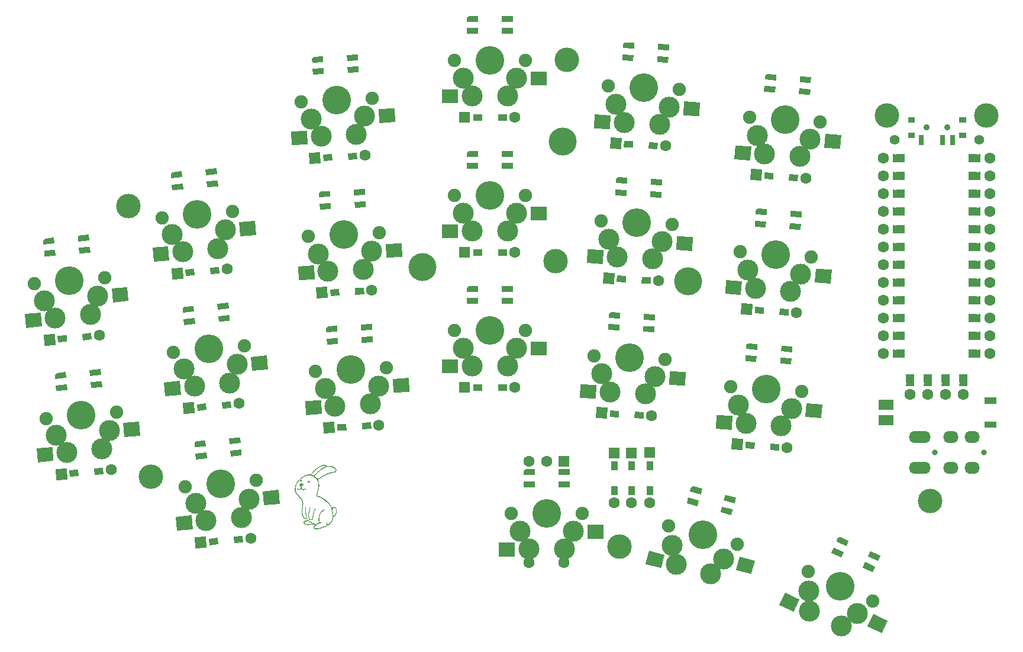
<source format=gbr>
%TF.GenerationSoftware,KiCad,Pcbnew,(6.0.7)*%
%TF.CreationDate,2022-10-20T09:52:42+02:00*%
%TF.ProjectId,Hopper-mx,486f7070-6572-42d6-9d78-2e6b69636164,rev?*%
%TF.SameCoordinates,Original*%
%TF.FileFunction,Soldermask,Bot*%
%TF.FilePolarity,Negative*%
%FSLAX46Y46*%
G04 Gerber Fmt 4.6, Leading zero omitted, Abs format (unit mm)*
G04 Created by KiCad (PCBNEW (6.0.7)) date 2022-10-20 09:52:42*
%MOMM*%
%LPD*%
G01*
G04 APERTURE LIST*
G04 Aperture macros list*
%AMRotRect*
0 Rectangle, with rotation*
0 The origin of the aperture is its center*
0 $1 length*
0 $2 width*
0 $3 Rotation angle, in degrees counterclockwise*
0 Add horizontal line*
21,1,$1,$2,0,0,$3*%
%AMFreePoly0*
4,1,6,0.600000,0.200000,0.000000,-0.400000,-0.600000,0.200000,-0.600000,0.400000,0.600000,0.400000,0.600000,0.200000,0.600000,0.200000,$1*%
%AMFreePoly1*
4,1,6,0.600000,-0.250000,-0.600000,-0.250000,-0.600000,1.000000,0.000000,0.400000,0.600000,1.000000,0.600000,-0.250000,0.600000,-0.250000,$1*%
G04 Aperture macros list end*
%ADD10C,0.100000*%
%ADD11R,1.600000X1.600000*%
%ADD12C,1.600000*%
%ADD13C,3.500000*%
%ADD14RotRect,1.600000X1.600000X185.000000*%
%ADD15C,1.900000*%
%ADD16C,3.000000*%
%ADD17C,4.100000*%
%ADD18RotRect,1.600000X1.600000X183.000000*%
%ADD19C,1.397000*%
%ADD20RotRect,1.600000X1.600000X176.000000*%
%ADD21RotRect,1.600000X1.600000X177.000000*%
%ADD22C,4.000000*%
%ADD23C,0.800000*%
%ADD24O,2.200000X1.700000*%
%ADD25FreePoly0,90.000000*%
%ADD26FreePoly0,270.000000*%
%ADD27FreePoly1,90.000000*%
%ADD28FreePoly1,270.000000*%
%ADD29C,0.900000*%
%ADD30FreePoly0,180.000000*%
%ADD31FreePoly1,180.000000*%
G04 APERTURE END LIST*
%TO.C,L7*%
G36*
X84652982Y-78866155D02*
G01*
X83158690Y-78996888D01*
X83093323Y-78249742D01*
X84587615Y-78119009D01*
X84652982Y-78866155D01*
G37*
D10*
X84652982Y-78866155D02*
X83158690Y-78996888D01*
X83093323Y-78249742D01*
X84587615Y-78119009D01*
X84652982Y-78866155D01*
G36*
X84500459Y-77122814D02*
G01*
X83006167Y-77253548D01*
X82940800Y-76506402D01*
X84435093Y-76375668D01*
X84500459Y-77122814D01*
G37*
X84500459Y-77122814D02*
X83006167Y-77253548D01*
X82940800Y-76506402D01*
X84435093Y-76375668D01*
X84500459Y-77122814D01*
G36*
X79672008Y-79301933D02*
G01*
X78177716Y-79432667D01*
X78112350Y-78685521D01*
X79606642Y-78554787D01*
X79672008Y-79301933D01*
G37*
X79672008Y-79301933D02*
X78177716Y-79432667D01*
X78112350Y-78685521D01*
X79606642Y-78554787D01*
X79672008Y-79301933D01*
G36*
X79519486Y-77558593D02*
G01*
X78025194Y-77689326D01*
X77981616Y-77191229D01*
X78208876Y-76920391D01*
X79454119Y-76811447D01*
X79519486Y-77558593D01*
G37*
X79519486Y-77558593D02*
X78025194Y-77689326D01*
X77981616Y-77191229D01*
X78208876Y-76920391D01*
X79454119Y-76811447D01*
X79519486Y-77558593D01*
%TO.C,L13*%
G36*
X104457307Y-86883355D02*
G01*
X102963015Y-87014089D01*
X102897648Y-86266943D01*
X104391941Y-86136209D01*
X104457307Y-86883355D01*
G37*
X104457307Y-86883355D02*
X102963015Y-87014089D01*
X102897648Y-86266943D01*
X104391941Y-86136209D01*
X104457307Y-86883355D01*
G36*
X104609830Y-88626696D02*
G01*
X103115538Y-88757429D01*
X103050171Y-88010283D01*
X104544463Y-87879550D01*
X104609830Y-88626696D01*
G37*
X104609830Y-88626696D02*
X103115538Y-88757429D01*
X103050171Y-88010283D01*
X104544463Y-87879550D01*
X104609830Y-88626696D01*
G36*
X99476334Y-87319134D02*
G01*
X97982042Y-87449867D01*
X97938464Y-86951770D01*
X98165724Y-86680932D01*
X99410967Y-86571988D01*
X99476334Y-87319134D01*
G37*
X99476334Y-87319134D02*
X97982042Y-87449867D01*
X97938464Y-86951770D01*
X98165724Y-86680932D01*
X99410967Y-86571988D01*
X99476334Y-87319134D01*
G36*
X99628856Y-89062474D02*
G01*
X98134564Y-89193208D01*
X98069198Y-88446062D01*
X99563490Y-88315328D01*
X99628856Y-89062474D01*
G37*
X99628856Y-89062474D02*
X98134564Y-89193208D01*
X98069198Y-88446062D01*
X99563490Y-88315328D01*
X99628856Y-89062474D01*
%TO.C,D7*%
G36*
X81325813Y-91607622D02*
G01*
X80130380Y-91712209D01*
X80056297Y-90865443D01*
X81251731Y-90760856D01*
X81325813Y-91607622D01*
G37*
X81325813Y-91607622D02*
X80130380Y-91712209D01*
X80056297Y-90865443D01*
X81251731Y-90760856D01*
X81325813Y-91607622D01*
G36*
X84862305Y-91298219D02*
G01*
X83666871Y-91402806D01*
X83592789Y-90556040D01*
X84788222Y-90451453D01*
X84862305Y-91298219D01*
G37*
X84862305Y-91298219D02*
X83666871Y-91402806D01*
X83592789Y-90556040D01*
X84788222Y-90451453D01*
X84862305Y-91298219D01*
%TO.C,L19*%
G36*
X174899731Y-96449669D02*
G01*
X174705617Y-97174114D01*
X173256728Y-96785885D01*
X173450843Y-96061441D01*
X174899731Y-96449669D01*
G37*
X174899731Y-96449669D02*
X174705617Y-97174114D01*
X173256728Y-96785885D01*
X173450843Y-96061441D01*
X174899731Y-96449669D01*
G36*
X170070102Y-95155574D02*
G01*
X169875988Y-95880018D01*
X168427099Y-95491790D01*
X168621213Y-94767345D01*
X170070102Y-95155574D01*
G37*
X170070102Y-95155574D02*
X169875988Y-95880018D01*
X168427099Y-95491790D01*
X168621213Y-94767345D01*
X170070102Y-95155574D01*
G36*
X170523036Y-93465204D02*
G01*
X170328921Y-94189648D01*
X168880032Y-93801420D01*
X169009442Y-93318457D01*
X169315628Y-93141680D01*
X170523036Y-93465204D01*
G37*
X170523036Y-93465204D02*
X170328921Y-94189648D01*
X168880032Y-93801420D01*
X169009442Y-93318457D01*
X169315628Y-93141680D01*
X170523036Y-93465204D01*
G36*
X175352665Y-94759299D02*
G01*
X175158550Y-95483743D01*
X173709662Y-95095515D01*
X173903776Y-94371070D01*
X175352665Y-94759299D01*
G37*
X175352665Y-94759299D02*
X175158550Y-95483743D01*
X173709662Y-95095515D01*
X173903776Y-94371070D01*
X175352665Y-94759299D01*
%TO.C,D20*%
G36*
X160863337Y-94325968D02*
G01*
X160013337Y-94325968D01*
X160013337Y-93125968D01*
X160863337Y-93125968D01*
X160863337Y-94325968D01*
G37*
X160863337Y-94325968D02*
X160013337Y-94325968D01*
X160013337Y-93125968D01*
X160863337Y-93125968D01*
X160863337Y-94325968D01*
G36*
X160863337Y-90775968D02*
G01*
X160013337Y-90775968D01*
X160013337Y-89575968D01*
X160863337Y-89575968D01*
X160863337Y-90775968D01*
G37*
X160863337Y-90775968D02*
X160013337Y-90775968D01*
X160013337Y-89575968D01*
X160863337Y-89575968D01*
X160863337Y-90775968D01*
%TO.C,SW17*%
G36*
X174863448Y-83072146D02*
G01*
X174730911Y-84967518D01*
X172536270Y-84814054D01*
X172668807Y-82918682D01*
X174863448Y-83072146D01*
G37*
X174863448Y-83072146D02*
X174730911Y-84967518D01*
X172536270Y-84814054D01*
X172668807Y-82918682D01*
X174863448Y-83072146D01*
G36*
X187709693Y-81424241D02*
G01*
X187577155Y-83319613D01*
X185382515Y-83166148D01*
X185515052Y-81270777D01*
X187709693Y-81424241D01*
G37*
X187709693Y-81424241D02*
X187577155Y-83319613D01*
X185382515Y-83166148D01*
X185515052Y-81270777D01*
X187709693Y-81424241D01*
%TO.C,SW4*%
G36*
X135594392Y-38293529D02*
G01*
X133394392Y-38293529D01*
X133394392Y-36393529D01*
X135594392Y-36393529D01*
X135594392Y-38293529D01*
G37*
X135594392Y-38293529D02*
X133394392Y-38293529D01*
X133394392Y-36393529D01*
X135594392Y-36393529D01*
X135594392Y-38293529D01*
G36*
X148294392Y-35753529D02*
G01*
X146094392Y-35753529D01*
X146094392Y-33853529D01*
X148294392Y-33853529D01*
X148294392Y-35753529D01*
G37*
X148294392Y-35753529D02*
X146094392Y-35753529D01*
X146094392Y-33853529D01*
X148294392Y-33853529D01*
X148294392Y-35753529D01*
%TO.C,*%
G36*
X113401109Y-92719579D02*
G01*
X113453498Y-92742274D01*
X113498650Y-92775817D01*
X113499607Y-92776735D01*
X113521047Y-92803615D01*
X113530998Y-92832148D01*
X113529213Y-92862771D01*
X113515443Y-92895917D01*
X113489441Y-92932022D01*
X113450959Y-92971522D01*
X113399750Y-93014851D01*
X113335567Y-93062446D01*
X113323081Y-93071483D01*
X113299907Y-93089587D01*
X113282260Y-93105150D01*
X113273215Y-93115551D01*
X113269473Y-93130584D01*
X113268298Y-93156947D01*
X113269809Y-93190798D01*
X113273759Y-93228938D01*
X113279897Y-93268168D01*
X113287975Y-93305292D01*
X113291309Y-93317726D01*
X113311780Y-93374969D01*
X113339864Y-93424892D01*
X113378280Y-93472534D01*
X113407587Y-93500691D01*
X113451402Y-93530189D01*
X113498783Y-93547490D01*
X113550920Y-93552820D01*
X113609003Y-93546403D01*
X113674222Y-93528465D01*
X113685582Y-93524449D01*
X113723406Y-93509625D01*
X113761205Y-93493033D01*
X113792269Y-93477566D01*
X113810568Y-93467669D01*
X113829705Y-93458265D01*
X113842152Y-93454443D01*
X113851182Y-93455362D01*
X113860071Y-93460183D01*
X113863732Y-93462856D01*
X113877979Y-93482503D01*
X113881856Y-93507590D01*
X113874536Y-93533900D01*
X113866295Y-93545064D01*
X113846245Y-93563595D01*
X113819282Y-93583469D01*
X113788857Y-93602206D01*
X113758421Y-93617328D01*
X113758009Y-93617502D01*
X113741302Y-93623432D01*
X113714707Y-93631685D01*
X113681800Y-93641193D01*
X113646155Y-93650887D01*
X113613799Y-93659146D01*
X113573863Y-93668000D01*
X113541982Y-93672672D01*
X113515013Y-93673385D01*
X113489814Y-93670361D01*
X113463244Y-93663821D01*
X113440112Y-93656080D01*
X113384080Y-93628472D01*
X113328580Y-93588183D01*
X113272661Y-93534571D01*
X113213602Y-93471279D01*
X113191872Y-93501539D01*
X113171847Y-93527743D01*
X113138059Y-93563293D01*
X113101498Y-93589986D01*
X113058456Y-93610861D01*
X112998239Y-93632538D01*
X112939984Y-93647124D01*
X112888731Y-93651671D01*
X112842785Y-93645948D01*
X112800449Y-93629726D01*
X112760026Y-93602774D01*
X112719820Y-93564862D01*
X112695349Y-93537699D01*
X112669756Y-93505018D01*
X112654639Y-93478175D01*
X112649486Y-93455750D01*
X112653786Y-93436321D01*
X112667024Y-93418469D01*
X112669368Y-93416207D01*
X112688777Y-93403812D01*
X112709720Y-93402308D01*
X112733328Y-93412137D01*
X112760735Y-93433739D01*
X112793072Y-93467556D01*
X112812702Y-93489337D01*
X112833028Y-93509243D01*
X112850781Y-93522005D01*
X112869288Y-93529897D01*
X112891874Y-93535198D01*
X112896860Y-93536029D01*
X112942415Y-93536371D01*
X112990168Y-93525285D01*
X113036710Y-93503899D01*
X113078637Y-93473341D01*
X113085329Y-93467049D01*
X113109670Y-93438022D01*
X113127435Y-93404089D01*
X113139295Y-93363108D01*
X113145919Y-93312934D01*
X113147979Y-93251423D01*
X113147840Y-93229106D01*
X113146711Y-93200908D01*
X113143874Y-93180178D01*
X113138656Y-93162826D01*
X113130380Y-93144765D01*
X113125358Y-93135781D01*
X113106935Y-93110882D01*
X113086953Y-93092518D01*
X113086215Y-93092015D01*
X113041881Y-93055674D01*
X113010834Y-93015897D01*
X112992573Y-92971836D01*
X112986597Y-92922644D01*
X112989549Y-92889885D01*
X113003111Y-92853209D01*
X113028943Y-92820673D01*
X113040074Y-92811177D01*
X113068405Y-92791984D01*
X113104540Y-92771474D01*
X113144899Y-92751488D01*
X113185898Y-92733866D01*
X113223958Y-92720449D01*
X113283321Y-92708485D01*
X113343658Y-92708170D01*
X113401109Y-92719579D01*
G37*
G36*
X114346106Y-92320838D02*
G01*
X114379544Y-92334815D01*
X114409802Y-92361136D01*
X114435177Y-92399826D01*
X114442642Y-92416588D01*
X114453588Y-92460617D01*
X114451399Y-92501616D01*
X114436672Y-92538447D01*
X114410006Y-92569970D01*
X114372001Y-92595048D01*
X114323255Y-92612544D01*
X114320400Y-92613246D01*
X114292928Y-92619304D01*
X114273664Y-92621237D01*
X114257814Y-92619060D01*
X114240585Y-92612786D01*
X114213136Y-92595851D01*
X114190806Y-92568240D01*
X114178626Y-92533501D01*
X114176867Y-92493277D01*
X114185804Y-92449213D01*
X114205708Y-92402950D01*
X114214638Y-92387908D01*
X114243754Y-92352740D01*
X114276507Y-92329824D01*
X114311192Y-92319182D01*
X114346106Y-92320838D01*
G37*
G36*
X118248174Y-90930572D02*
G01*
X118218701Y-90992555D01*
X118177688Y-91047409D01*
X118125783Y-91094096D01*
X118063635Y-91131579D01*
X118030341Y-91146795D01*
X117986820Y-91163094D01*
X117941898Y-91175105D01*
X117891378Y-91183891D01*
X117831065Y-91190514D01*
X117808720Y-91192573D01*
X117787356Y-91194860D01*
X117766684Y-91197614D01*
X117744917Y-91201208D01*
X117720267Y-91206014D01*
X117690948Y-91212402D01*
X117655173Y-91220746D01*
X117611154Y-91231416D01*
X117557105Y-91244785D01*
X117491238Y-91261225D01*
X117436328Y-91275237D01*
X117335309Y-91302747D01*
X117239348Y-91331486D01*
X117146353Y-91362273D01*
X117054230Y-91395926D01*
X116960887Y-91433264D01*
X116864233Y-91475105D01*
X116762175Y-91522267D01*
X116652620Y-91575569D01*
X116533476Y-91635830D01*
X116462310Y-91672985D01*
X116380219Y-91717189D01*
X116296800Y-91763396D01*
X116213307Y-91810840D01*
X116130995Y-91858753D01*
X116051118Y-91906368D01*
X115974930Y-91952918D01*
X115903686Y-91997634D01*
X115838640Y-92039750D01*
X115781046Y-92078498D01*
X115732158Y-92113111D01*
X115693232Y-92142822D01*
X115665520Y-92166862D01*
X115632285Y-92198969D01*
X115666651Y-92280060D01*
X115712638Y-92400664D01*
X115757501Y-92552962D01*
X115791138Y-92713623D01*
X115794094Y-92734096D01*
X115798565Y-92781694D01*
X115801636Y-92838873D01*
X115803309Y-92902774D01*
X115803585Y-92970540D01*
X115802468Y-93039312D01*
X115799958Y-93106232D01*
X115796059Y-93168443D01*
X115790772Y-93223084D01*
X115784707Y-93267314D01*
X115774804Y-93325632D01*
X115763044Y-93384011D01*
X115750201Y-93438941D01*
X115737050Y-93486913D01*
X115724363Y-93524417D01*
X115722556Y-93529146D01*
X115712025Y-93559893D01*
X115699221Y-93601406D01*
X115684816Y-93651253D01*
X115669479Y-93707005D01*
X115653884Y-93766232D01*
X115638702Y-93826504D01*
X115624604Y-93885390D01*
X115620107Y-93904710D01*
X115604184Y-93972346D01*
X115590372Y-94029423D01*
X115578006Y-94078457D01*
X115566421Y-94121965D01*
X115554952Y-94162463D01*
X115542934Y-94202468D01*
X115529701Y-94244497D01*
X115515288Y-94293496D01*
X115503783Y-94343630D01*
X115498012Y-94385360D01*
X115498157Y-94417304D01*
X115504398Y-94438080D01*
X115504405Y-94438091D01*
X115508694Y-94441709D01*
X115518454Y-94446811D01*
X115534804Y-94453818D01*
X115558865Y-94463152D01*
X115591758Y-94475234D01*
X115634604Y-94490485D01*
X115688523Y-94509326D01*
X115754636Y-94532180D01*
X115842529Y-94563770D01*
X115928094Y-94597627D01*
X116010388Y-94633815D01*
X116091696Y-94673509D01*
X116174305Y-94717881D01*
X116260499Y-94768107D01*
X116352564Y-94825360D01*
X116452785Y-94890814D01*
X116473798Y-94904863D01*
X116618553Y-95005263D01*
X116751101Y-95104063D01*
X116872774Y-95202432D01*
X116984906Y-95301541D01*
X117088828Y-95402560D01*
X117185873Y-95506660D01*
X117277374Y-95615010D01*
X117293750Y-95635700D01*
X117338257Y-95695798D01*
X117380159Y-95758805D01*
X117420686Y-95826855D01*
X117461064Y-95902082D01*
X117502522Y-95986620D01*
X117546286Y-96082605D01*
X117571221Y-96138317D01*
X117594615Y-96189148D01*
X117614170Y-96229986D01*
X117629516Y-96260083D01*
X117640285Y-96278690D01*
X117646106Y-96285059D01*
X117651314Y-96280899D01*
X117663587Y-96267707D01*
X117680786Y-96247630D01*
X117700961Y-96222881D01*
X117727176Y-96191591D01*
X117771950Y-96146294D01*
X117817629Y-96111097D01*
X117866896Y-96083750D01*
X117874889Y-96080111D01*
X117896059Y-96071871D01*
X117916614Y-96067053D01*
X117941430Y-96064778D01*
X117975382Y-96064164D01*
X117996050Y-96064259D01*
X118023334Y-96065468D01*
X118044404Y-96068812D01*
X118064197Y-96075239D01*
X118087647Y-96085694D01*
X118119360Y-96103394D01*
X118169278Y-96143104D01*
X118213747Y-96193692D01*
X118251961Y-96253572D01*
X118283112Y-96321159D01*
X118306394Y-96394866D01*
X118320998Y-96473107D01*
X118325946Y-96551577D01*
X118326118Y-96554297D01*
X118326100Y-96560623D01*
X118321606Y-96643725D01*
X118309501Y-96736049D01*
X118290190Y-96835494D01*
X118264074Y-96939958D01*
X118231558Y-97047339D01*
X118208359Y-97114783D01*
X118182437Y-97181835D01*
X118156162Y-97240166D01*
X118128274Y-97292542D01*
X118097514Y-97341732D01*
X118072410Y-97377253D01*
X118039183Y-97416904D01*
X118005548Y-97446666D01*
X117968635Y-97468521D01*
X117925574Y-97484450D01*
X117873495Y-97496435D01*
X117843923Y-97502460D01*
X117823900Y-97508261D01*
X117812364Y-97514609D01*
X117806522Y-97522596D01*
X117804995Y-97527370D01*
X117800750Y-97545502D01*
X117795180Y-97573224D01*
X117788832Y-97607746D01*
X117782253Y-97646274D01*
X117766113Y-97736479D01*
X117744448Y-97835894D01*
X117719434Y-97928360D01*
X117690013Y-98017713D01*
X117655130Y-98107791D01*
X117646099Y-98129122D01*
X117621753Y-98181471D01*
X117595492Y-98229635D01*
X117565771Y-98275724D01*
X117531045Y-98321848D01*
X117489769Y-98370115D01*
X117440398Y-98422637D01*
X117381386Y-98481522D01*
X117333092Y-98527252D01*
X117266428Y-98584967D01*
X117203328Y-98632411D01*
X117141942Y-98670820D01*
X117080424Y-98701431D01*
X117016926Y-98725480D01*
X116997188Y-98732109D01*
X116976068Y-98740184D01*
X116956514Y-98749421D01*
X116935996Y-98761312D01*
X116911988Y-98777347D01*
X116881961Y-98799018D01*
X116843386Y-98827816D01*
X116804984Y-98856300D01*
X116754857Y-98891545D01*
X116709755Y-98919976D01*
X116666526Y-98943060D01*
X116622016Y-98962266D01*
X116573073Y-98979062D01*
X116516544Y-98994914D01*
X116449277Y-99011291D01*
X116396479Y-99023863D01*
X116332639Y-99040265D01*
X116275340Y-99056789D01*
X116220337Y-99074762D01*
X116163386Y-99095509D01*
X116100240Y-99120358D01*
X116081295Y-99127971D01*
X116040359Y-99144160D01*
X116001400Y-99159252D01*
X115968085Y-99171834D01*
X115944084Y-99180494D01*
X115940250Y-99181762D01*
X115914219Y-99189176D01*
X115877108Y-99198477D01*
X115831181Y-99209191D01*
X115778701Y-99220840D01*
X115721931Y-99232950D01*
X115663132Y-99245044D01*
X115604570Y-99256647D01*
X115548505Y-99267283D01*
X115497202Y-99276477D01*
X115452923Y-99283752D01*
X115422617Y-99286140D01*
X115379652Y-99285249D01*
X115332950Y-99280938D01*
X115287651Y-99273704D01*
X115248897Y-99264042D01*
X115247856Y-99263710D01*
X115189919Y-99240930D01*
X115135122Y-99211346D01*
X115086182Y-99176870D01*
X115045816Y-99139410D01*
X115016741Y-99100876D01*
X115004305Y-99072549D01*
X114995319Y-99028944D01*
X114994742Y-98981843D01*
X115002959Y-98935886D01*
X115010976Y-98914199D01*
X115029932Y-98876668D01*
X115055660Y-98834814D01*
X115086075Y-98791730D01*
X115119090Y-98750506D01*
X115152617Y-98714233D01*
X115176976Y-98689310D01*
X115191903Y-98671850D01*
X115198263Y-98660615D01*
X115197120Y-98654167D01*
X115194295Y-98653318D01*
X115179004Y-98651893D01*
X115151917Y-98650689D01*
X115114495Y-98649703D01*
X115068197Y-98648929D01*
X115014485Y-98648361D01*
X114954818Y-98647994D01*
X114890657Y-98647823D01*
X114823462Y-98647843D01*
X114754693Y-98648049D01*
X114685810Y-98648434D01*
X114618275Y-98648995D01*
X114553546Y-98649725D01*
X114493084Y-98650620D01*
X114438351Y-98651673D01*
X114390804Y-98652881D01*
X114351906Y-98654238D01*
X114323116Y-98655737D01*
X114305895Y-98657375D01*
X114293774Y-98659101D01*
X114231900Y-98664033D01*
X114162169Y-98664325D01*
X114087687Y-98660357D01*
X114011562Y-98652508D01*
X113936901Y-98641157D01*
X113866810Y-98626682D01*
X113804398Y-98609464D01*
X113752770Y-98589881D01*
X113727793Y-98575800D01*
X113692731Y-98549251D01*
X113658617Y-98517014D01*
X113629397Y-98482911D01*
X113609020Y-98450761D01*
X113591052Y-98403051D01*
X113581565Y-98347555D01*
X113582171Y-98312777D01*
X113689371Y-98312777D01*
X113691827Y-98354563D01*
X113705690Y-98395263D01*
X113731451Y-98432489D01*
X113744966Y-98446207D01*
X113768703Y-98465515D01*
X113796239Y-98481614D01*
X113829617Y-98495286D01*
X113870881Y-98507311D01*
X113922074Y-98518472D01*
X113985240Y-98529550D01*
X114040286Y-98537607D01*
X114117174Y-98545224D01*
X114185038Y-98546902D01*
X114246072Y-98542753D01*
X114250761Y-98542252D01*
X114275662Y-98540463D01*
X114311625Y-98538720D01*
X114356332Y-98537099D01*
X114407463Y-98535678D01*
X114462698Y-98534532D01*
X114519719Y-98533737D01*
X114561544Y-98533181D01*
X114626741Y-98531800D01*
X114685931Y-98529909D01*
X114737108Y-98527590D01*
X114778266Y-98524924D01*
X114807398Y-98521993D01*
X114877564Y-98512505D01*
X114845077Y-98490101D01*
X114840992Y-98487366D01*
X114821640Y-98475159D01*
X114793210Y-98457863D01*
X114758023Y-98436868D01*
X114718405Y-98413565D01*
X114676680Y-98389345D01*
X114673381Y-98387441D01*
X114571636Y-98326989D01*
X114481416Y-98269827D01*
X114403314Y-98216346D01*
X114337924Y-98166935D01*
X114319833Y-98152510D01*
X114299807Y-98137639D01*
X114281682Y-98126885D01*
X114263198Y-98119921D01*
X114242097Y-98116422D01*
X114216119Y-98116058D01*
X114183005Y-98118505D01*
X114140496Y-98123434D01*
X114086333Y-98130518D01*
X114017409Y-98139883D01*
X113944417Y-98150476D01*
X113884811Y-98160011D01*
X113838257Y-98168545D01*
X113804423Y-98176135D01*
X113782979Y-98182837D01*
X113745512Y-98204779D01*
X113716707Y-98235498D01*
X113697829Y-98272293D01*
X113689371Y-98312777D01*
X113582171Y-98312777D01*
X113582540Y-98291637D01*
X113593327Y-98237436D01*
X113613277Y-98187088D01*
X113641739Y-98142731D01*
X113678064Y-98106504D01*
X113721601Y-98080543D01*
X113734354Y-98076185D01*
X113761928Y-98069144D01*
X113798627Y-98061322D01*
X113841666Y-98053208D01*
X113888261Y-98045295D01*
X113935628Y-98038073D01*
X113980983Y-98032032D01*
X114021542Y-98027665D01*
X114031684Y-98026577D01*
X114060802Y-98021615D01*
X114085576Y-98014878D01*
X114102796Y-98007375D01*
X114109249Y-98000114D01*
X114109145Y-97999449D01*
X114103931Y-97989324D01*
X114091971Y-97970630D01*
X114074831Y-97945577D01*
X114054076Y-97916371D01*
X114031274Y-97885223D01*
X114007987Y-97854340D01*
X113985784Y-97825931D01*
X113965241Y-97801151D01*
X113945830Y-97779823D01*
X113931636Y-97766710D01*
X113924191Y-97763367D01*
X113920331Y-97765741D01*
X113906247Y-97774892D01*
X113887924Y-97787139D01*
X113877458Y-97793879D01*
X113843833Y-97810307D01*
X113811081Y-97817303D01*
X113778241Y-97814395D01*
X113744352Y-97801106D01*
X113708451Y-97776962D01*
X113669579Y-97741489D01*
X113626774Y-97694213D01*
X113579074Y-97634658D01*
X113529298Y-97568378D01*
X113487025Y-97508530D01*
X113451451Y-97453032D01*
X113421609Y-97399592D01*
X113396530Y-97345915D01*
X113375249Y-97289709D01*
X113356798Y-97228681D01*
X113340210Y-97160538D01*
X113324517Y-97082986D01*
X113308753Y-96993733D01*
X113294782Y-96904144D01*
X113283488Y-96811566D01*
X113277209Y-96726259D01*
X113276011Y-96645090D01*
X113279961Y-96564923D01*
X113289123Y-96482624D01*
X113303563Y-96395058D01*
X113323348Y-96299092D01*
X113329122Y-96272681D01*
X113341158Y-96214209D01*
X113351998Y-96155879D01*
X113361927Y-96095670D01*
X113371225Y-96031560D01*
X113380178Y-95961527D01*
X113389067Y-95883548D01*
X113398175Y-95795602D01*
X113407786Y-95695667D01*
X113409264Y-95679477D01*
X113411902Y-95644648D01*
X113412585Y-95616942D01*
X113411112Y-95591430D01*
X113407280Y-95563182D01*
X113400888Y-95527269D01*
X113395987Y-95501832D01*
X113370316Y-95388061D01*
X113340201Y-95282358D01*
X113306233Y-95186625D01*
X113269004Y-95102766D01*
X113238672Y-95047375D01*
X113190047Y-94971505D01*
X113130157Y-94889248D01*
X113059405Y-94801104D01*
X112978199Y-94707574D01*
X112886943Y-94609158D01*
X112786042Y-94506357D01*
X112759857Y-94480271D01*
X112702479Y-94422124D01*
X112653587Y-94370546D01*
X112611788Y-94323547D01*
X112575691Y-94279135D01*
X112543904Y-94235322D01*
X112515035Y-94190115D01*
X112487693Y-94141526D01*
X112460486Y-94087563D01*
X112432022Y-94026237D01*
X112400909Y-93955556D01*
X112389978Y-93929865D01*
X112360873Y-93855332D01*
X112339017Y-93787796D01*
X112323467Y-93724090D01*
X112313280Y-93661044D01*
X112307638Y-93597019D01*
X112307471Y-93565830D01*
X112414357Y-93565830D01*
X112425074Y-93668132D01*
X112446591Y-93762962D01*
X112478925Y-93849597D01*
X112484806Y-93862479D01*
X112497912Y-93891391D01*
X112513171Y-93925232D01*
X112528355Y-93959065D01*
X112548875Y-94003902D01*
X112574738Y-94056639D01*
X112600681Y-94104180D01*
X112628186Y-94148603D01*
X112658739Y-94191985D01*
X112693825Y-94236403D01*
X112734927Y-94283933D01*
X112783531Y-94336653D01*
X112841120Y-94396639D01*
X112882902Y-94439867D01*
X112941417Y-94501313D01*
X112999026Y-94562790D01*
X113054221Y-94622646D01*
X113105494Y-94679226D01*
X113151336Y-94730877D01*
X113190239Y-94775945D01*
X113220695Y-94812777D01*
X113228962Y-94823243D01*
X113298684Y-94923107D01*
X113360363Y-95033057D01*
X113413308Y-95151371D01*
X113456825Y-95276326D01*
X113490223Y-95406200D01*
X113512808Y-95539269D01*
X113514136Y-95551032D01*
X113516262Y-95581623D01*
X113516874Y-95617090D01*
X113515900Y-95658937D01*
X113513269Y-95708668D01*
X113508911Y-95767785D01*
X113502752Y-95837794D01*
X113494723Y-95920197D01*
X113491266Y-95951820D01*
X113484144Y-96007630D01*
X113475657Y-96065820D01*
X113466348Y-96123122D01*
X113456758Y-96176264D01*
X113447429Y-96221978D01*
X113438903Y-96256993D01*
X113432864Y-96280132D01*
X113417581Y-96353803D01*
X113405344Y-96436214D01*
X113396479Y-96523630D01*
X113391311Y-96612314D01*
X113390169Y-96698532D01*
X113393376Y-96778548D01*
X113395984Y-96812484D01*
X113405941Y-96913993D01*
X113418716Y-97004917D01*
X113434946Y-97087779D01*
X113455266Y-97165106D01*
X113480313Y-97239421D01*
X113510721Y-97313250D01*
X113547127Y-97389118D01*
X113574697Y-97441985D01*
X113616372Y-97516790D01*
X113655073Y-97579719D01*
X113690577Y-97630460D01*
X113722663Y-97668706D01*
X113751106Y-97694147D01*
X113775683Y-97706472D01*
X113801936Y-97706370D01*
X113828228Y-97693913D01*
X113852661Y-97670595D01*
X113873606Y-97637972D01*
X113889435Y-97597606D01*
X113891456Y-97590227D01*
X113895176Y-97572067D01*
X113897403Y-97551022D01*
X113898261Y-97524314D01*
X113897874Y-97489164D01*
X113896367Y-97442794D01*
X113894589Y-97400574D01*
X113892221Y-97357320D01*
X113889205Y-97317137D01*
X113885220Y-97277214D01*
X113879947Y-97234740D01*
X113873064Y-97186903D01*
X113864251Y-97130893D01*
X113853189Y-97063899D01*
X113848361Y-97035056D01*
X113833714Y-96947266D01*
X113821204Y-96871557D01*
X113810662Y-96806577D01*
X113801920Y-96750977D01*
X113794807Y-96703408D01*
X113789154Y-96662518D01*
X113784794Y-96626959D01*
X113781556Y-96595380D01*
X113779272Y-96566432D01*
X113777772Y-96538765D01*
X113776888Y-96511028D01*
X113776449Y-96481873D01*
X113776289Y-96449948D01*
X113776274Y-96432845D01*
X113776686Y-96380906D01*
X113777945Y-96339518D01*
X113780218Y-96305983D01*
X113783669Y-96277602D01*
X113788466Y-96251675D01*
X113798384Y-96209995D01*
X113810559Y-96166333D01*
X113823589Y-96125603D01*
X113836544Y-96090508D01*
X113848494Y-96063748D01*
X113858511Y-96048026D01*
X113865958Y-96041380D01*
X113885752Y-96033709D01*
X113904417Y-96038751D01*
X113918768Y-96056079D01*
X113922022Y-96063742D01*
X113924641Y-96077024D01*
X113923045Y-96093902D01*
X113917106Y-96119229D01*
X113908760Y-96151177D01*
X113897420Y-96195450D01*
X113888922Y-96231340D01*
X113882853Y-96262048D01*
X113878801Y-96290777D01*
X113876353Y-96320729D01*
X113875096Y-96355106D01*
X113874619Y-96397112D01*
X113874508Y-96449948D01*
X113874762Y-96505940D01*
X113875867Y-96556114D01*
X113878113Y-96602376D01*
X113881789Y-96647669D01*
X113887184Y-96694932D01*
X113894587Y-96747108D01*
X113904288Y-96807137D01*
X113916575Y-96877960D01*
X113918660Y-96889722D01*
X113924376Y-96921928D01*
X113931494Y-96962007D01*
X113939309Y-97005980D01*
X113947113Y-97049866D01*
X113947857Y-97054053D01*
X113960757Y-97128649D01*
X113970891Y-97192426D01*
X113978504Y-97248126D01*
X113983840Y-97298492D01*
X113987142Y-97346266D01*
X113988655Y-97394193D01*
X113988623Y-97445014D01*
X113987289Y-97501472D01*
X113982661Y-97647857D01*
X114036851Y-97718986D01*
X114058935Y-97747874D01*
X114104093Y-97806130D01*
X114143343Y-97855384D01*
X114178153Y-97897382D01*
X114209988Y-97933871D01*
X114240316Y-97966597D01*
X114270604Y-97997307D01*
X114281089Y-98007465D01*
X114334963Y-98055341D01*
X114392300Y-98100073D01*
X114449304Y-98138851D01*
X114502177Y-98168861D01*
X114509902Y-98172795D01*
X114531843Y-98184242D01*
X114563272Y-98200829D01*
X114602383Y-98221597D01*
X114647371Y-98245585D01*
X114696431Y-98271836D01*
X114747758Y-98299389D01*
X114819559Y-98337613D01*
X114905896Y-98382307D01*
X114980966Y-98419533D01*
X115045042Y-98449414D01*
X115098396Y-98472078D01*
X115141299Y-98487650D01*
X115174023Y-98496255D01*
X115192095Y-98498548D01*
X115223652Y-98500443D01*
X115260715Y-98501103D01*
X115298559Y-98500372D01*
X115318771Y-98499520D01*
X115346850Y-98497851D01*
X115369640Y-98495179D01*
X115390795Y-98490637D01*
X115413969Y-98483360D01*
X115442816Y-98472482D01*
X115480990Y-98457138D01*
X115494685Y-98451572D01*
X115531225Y-98436619D01*
X115564293Y-98422945D01*
X115590708Y-98411872D01*
X115607288Y-98404721D01*
X115627662Y-98395975D01*
X115655599Y-98384503D01*
X115684470Y-98373043D01*
X115685703Y-98372562D01*
X115712257Y-98361217D01*
X115735325Y-98349726D01*
X115750037Y-98340506D01*
X115766487Y-98327067D01*
X115744562Y-98228475D01*
X115727516Y-98145819D01*
X115708694Y-98028752D01*
X115698168Y-97919917D01*
X115695791Y-97817565D01*
X115701413Y-97719948D01*
X115702617Y-97709064D01*
X115707520Y-97673319D01*
X115714654Y-97628474D01*
X115723602Y-97576614D01*
X115733950Y-97519823D01*
X115745282Y-97460188D01*
X115757183Y-97399793D01*
X115769238Y-97340724D01*
X115781031Y-97285066D01*
X115792147Y-97234904D01*
X115802170Y-97192323D01*
X115810686Y-97159408D01*
X115817278Y-97138245D01*
X115820497Y-97129838D01*
X115849247Y-97063926D01*
X115882786Y-97000226D01*
X115918056Y-96944617D01*
X115927018Y-96932212D01*
X115957909Y-96891818D01*
X115995017Y-96845866D01*
X116035602Y-96797577D01*
X116076929Y-96750167D01*
X116116260Y-96706857D01*
X116150857Y-96670864D01*
X116151798Y-96669928D01*
X116176281Y-96647004D01*
X116209417Y-96617878D01*
X116248701Y-96584591D01*
X116291631Y-96549185D01*
X116335700Y-96513702D01*
X116378405Y-96480184D01*
X116417242Y-96450672D01*
X116449705Y-96427210D01*
X116479039Y-96411380D01*
X116505194Y-96406375D01*
X116525745Y-96412348D01*
X116539144Y-96428835D01*
X116543845Y-96455373D01*
X116543841Y-96455809D01*
X116540324Y-96481005D01*
X116531566Y-96499449D01*
X116530761Y-96500389D01*
X116514614Y-96516515D01*
X116488510Y-96539521D01*
X116453832Y-96568258D01*
X116411960Y-96601579D01*
X116364278Y-96638336D01*
X116348020Y-96651153D01*
X116308301Y-96685149D01*
X116263492Y-96726356D01*
X116216113Y-96772248D01*
X116168685Y-96820297D01*
X116123729Y-96867978D01*
X116083764Y-96912763D01*
X116051312Y-96952124D01*
X116006690Y-97013227D01*
X115958025Y-97092810D01*
X115921391Y-97171157D01*
X115895969Y-97249838D01*
X115890312Y-97273632D01*
X115881793Y-97312458D01*
X115871936Y-97359677D01*
X115861320Y-97412327D01*
X115850525Y-97467443D01*
X115840130Y-97522061D01*
X115830714Y-97573218D01*
X115822855Y-97617949D01*
X115817134Y-97653291D01*
X115812291Y-97693350D01*
X115808132Y-97748332D01*
X115805672Y-97808228D01*
X115804948Y-97869272D01*
X115805996Y-97927702D01*
X115808852Y-97979753D01*
X115813554Y-98021661D01*
X115813949Y-98024144D01*
X115823703Y-98078727D01*
X115834966Y-98131209D01*
X115847161Y-98179625D01*
X115859706Y-98222007D01*
X115872024Y-98256392D01*
X115883533Y-98280813D01*
X115893656Y-98293305D01*
X115894441Y-98293770D01*
X115911377Y-98297884D01*
X115937520Y-98298203D01*
X115968920Y-98294911D01*
X116001628Y-98288197D01*
X116020718Y-98283808D01*
X116055329Y-98277582D01*
X116087923Y-98273409D01*
X116090950Y-98273135D01*
X116114946Y-98271518D01*
X116129925Y-98272732D01*
X116140360Y-98277795D01*
X116150722Y-98287728D01*
X116161610Y-98303225D01*
X116167912Y-98331492D01*
X116167561Y-98340428D01*
X116164567Y-98354035D01*
X116157200Y-98365429D01*
X116143889Y-98375411D01*
X116123065Y-98384782D01*
X116093158Y-98394343D01*
X116052599Y-98404893D01*
X115999817Y-98417235D01*
X115951787Y-98428225D01*
X115868537Y-98447826D01*
X115796491Y-98465831D01*
X115733949Y-98482922D01*
X115679211Y-98499777D01*
X115643426Y-98512505D01*
X115630574Y-98517076D01*
X115586339Y-98535500D01*
X115544805Y-98555727D01*
X115504272Y-98578437D01*
X115463037Y-98604310D01*
X115419401Y-98634026D01*
X115371664Y-98668264D01*
X115353810Y-98681813D01*
X115312522Y-98716678D01*
X115270785Y-98756221D01*
X115230232Y-98798523D01*
X115192495Y-98841669D01*
X115159207Y-98883741D01*
X115132001Y-98922825D01*
X115112510Y-98957002D01*
X115102366Y-98984357D01*
X115101829Y-99007325D01*
X115112559Y-99036699D01*
X115134711Y-99065372D01*
X115166862Y-99092203D01*
X115207589Y-99116049D01*
X115255471Y-99135770D01*
X115309084Y-99150224D01*
X115331358Y-99154663D01*
X115363080Y-99160121D01*
X115390564Y-99163000D01*
X115417409Y-99163265D01*
X115447215Y-99160879D01*
X115483580Y-99155806D01*
X115530106Y-99148010D01*
X115591258Y-99137130D01*
X115670887Y-99121841D01*
X115741536Y-99106563D01*
X115806166Y-99090487D01*
X115867739Y-99072801D01*
X115929215Y-99052696D01*
X115993556Y-99029361D01*
X116063723Y-99001985D01*
X116074271Y-98997781D01*
X116173344Y-98960414D01*
X116266101Y-98929297D01*
X116350786Y-98904987D01*
X116425639Y-98888035D01*
X116518659Y-98865765D01*
X116602469Y-98835412D01*
X116678333Y-98796381D01*
X116707553Y-98778327D01*
X116757666Y-98743945D01*
X116796476Y-98711483D01*
X116825407Y-98679484D01*
X116845880Y-98646493D01*
X116859317Y-98611053D01*
X116860977Y-98603361D01*
X116864276Y-98580302D01*
X116867692Y-98548129D01*
X116870907Y-98510000D01*
X116873604Y-98469071D01*
X116874601Y-98452311D01*
X116878461Y-98402556D01*
X116883284Y-98364767D01*
X116889524Y-98337340D01*
X116897639Y-98318674D01*
X116908082Y-98307166D01*
X116921309Y-98301215D01*
X116937848Y-98299963D01*
X116956261Y-98308969D01*
X116971781Y-98331038D01*
X116974636Y-98338321D01*
X116978177Y-98355362D01*
X116980606Y-98380727D01*
X116982081Y-98416315D01*
X116982757Y-98464022D01*
X116983024Y-98488285D01*
X116983902Y-98524478D01*
X116985219Y-98554395D01*
X116986848Y-98575450D01*
X116988665Y-98585058D01*
X116994292Y-98590509D01*
X117012004Y-98592937D01*
X117038781Y-98585351D01*
X117074282Y-98567903D01*
X117118166Y-98540746D01*
X117170093Y-98504031D01*
X117170461Y-98503758D01*
X117196455Y-98484171D01*
X117220107Y-98465571D01*
X117243923Y-98445828D01*
X117270407Y-98422813D01*
X117302064Y-98394399D01*
X117341398Y-98358457D01*
X117342613Y-98357332D01*
X117360791Y-98339270D01*
X117384012Y-98314615D01*
X117409820Y-98286156D01*
X117435758Y-98256681D01*
X117459367Y-98228981D01*
X117478190Y-98205844D01*
X117489771Y-98190059D01*
X117501121Y-98171460D01*
X117533685Y-98109118D01*
X117565259Y-98035928D01*
X117595086Y-97954260D01*
X117622408Y-97866479D01*
X117646467Y-97774954D01*
X117666506Y-97682053D01*
X117681767Y-97590142D01*
X117683722Y-97573458D01*
X117686853Y-97531828D01*
X117689132Y-97480008D01*
X117690573Y-97420518D01*
X117691192Y-97355874D01*
X117691002Y-97288593D01*
X117690017Y-97221193D01*
X117688252Y-97156191D01*
X117685721Y-97096105D01*
X117682439Y-97043452D01*
X117678420Y-97000750D01*
X117677141Y-96990121D01*
X117648118Y-96797193D01*
X117609058Y-96611574D01*
X117566152Y-96455568D01*
X117693094Y-96455568D01*
X117694690Y-96473750D01*
X117698781Y-96500054D01*
X117705609Y-96536324D01*
X117715419Y-96584405D01*
X117724700Y-96629426D01*
X117743742Y-96726214D01*
X117759391Y-96813472D01*
X117772024Y-96893959D01*
X117782017Y-96970436D01*
X117789747Y-97045662D01*
X117795591Y-97122396D01*
X117799926Y-97203399D01*
X117800674Y-97219890D01*
X117802823Y-97262804D01*
X117804981Y-97300071D01*
X117807009Y-97329597D01*
X117808767Y-97349288D01*
X117809912Y-97355874D01*
X117810117Y-97357051D01*
X117819871Y-97360456D01*
X117839273Y-97362380D01*
X117863373Y-97362564D01*
X117887429Y-97360981D01*
X117906702Y-97357603D01*
X117932401Y-97345523D01*
X117962810Y-97322022D01*
X117994190Y-97289891D01*
X118024509Y-97251469D01*
X118051737Y-97209095D01*
X118073841Y-97165109D01*
X118079392Y-97151862D01*
X118100345Y-97097379D01*
X118122233Y-97034408D01*
X118143721Y-96967078D01*
X118163476Y-96899518D01*
X118180163Y-96835860D01*
X118186219Y-96810320D01*
X118205294Y-96714764D01*
X118216024Y-96628950D01*
X118218314Y-96551577D01*
X118212070Y-96481344D01*
X118197197Y-96416949D01*
X118173600Y-96357090D01*
X118141185Y-96300466D01*
X118117646Y-96268123D01*
X118083320Y-96232519D01*
X118047052Y-96209158D01*
X118007077Y-96197004D01*
X117961632Y-96195020D01*
X117913695Y-96202922D01*
X117868111Y-96222896D01*
X117825542Y-96255838D01*
X117813100Y-96269534D01*
X117794388Y-96292964D01*
X117772403Y-96322309D01*
X117749353Y-96354478D01*
X117727448Y-96386385D01*
X117708896Y-96414941D01*
X117695908Y-96437057D01*
X117693747Y-96443660D01*
X117693094Y-96455568D01*
X117566152Y-96455568D01*
X117560166Y-96433805D01*
X117501650Y-96264428D01*
X117433714Y-96103981D01*
X117356565Y-95953006D01*
X117270409Y-95812044D01*
X117175452Y-95681634D01*
X117133492Y-95631477D01*
X117075923Y-95568261D01*
X117010400Y-95501035D01*
X116938973Y-95431732D01*
X116863691Y-95362283D01*
X116786604Y-95294620D01*
X116709763Y-95230677D01*
X116635216Y-95172384D01*
X116587574Y-95137341D01*
X116526323Y-95094205D01*
X116459805Y-95049050D01*
X116389684Y-95002900D01*
X116317626Y-94956776D01*
X116245297Y-94911699D01*
X116174361Y-94868693D01*
X116106485Y-94828780D01*
X116043334Y-94792980D01*
X115986572Y-94762317D01*
X115937866Y-94737812D01*
X115898881Y-94720488D01*
X115886973Y-94715735D01*
X115855789Y-94703277D01*
X115826556Y-94691585D01*
X115815241Y-94687266D01*
X115790044Y-94678081D01*
X115755564Y-94665789D01*
X115714101Y-94651202D01*
X115667955Y-94635134D01*
X115619427Y-94618397D01*
X115581758Y-94605313D01*
X115536506Y-94589171D01*
X115496157Y-94574314D01*
X115462812Y-94561535D01*
X115438574Y-94551624D01*
X115425543Y-94545372D01*
X115411836Y-94535038D01*
X115394974Y-94511994D01*
X115385991Y-94480550D01*
X115384079Y-94438627D01*
X115385233Y-94414533D01*
X115392031Y-94357882D01*
X115405261Y-94298797D01*
X115425828Y-94232816D01*
X115430738Y-94217641D01*
X115440191Y-94185680D01*
X115451918Y-94143775D01*
X115465330Y-94094116D01*
X115479840Y-94038887D01*
X115494860Y-93980277D01*
X115509802Y-93920473D01*
X115522553Y-93868951D01*
X115540480Y-93797558D01*
X115556931Y-93733715D01*
X115572861Y-93673933D01*
X115589221Y-93614724D01*
X115606964Y-93552602D01*
X115627042Y-93484078D01*
X115650409Y-93405665D01*
X115656695Y-93383139D01*
X115668236Y-93330654D01*
X115677436Y-93270637D01*
X115684477Y-93201484D01*
X115689538Y-93121595D01*
X115692799Y-93029368D01*
X115693734Y-92986157D01*
X115694293Y-92928450D01*
X115693505Y-92878993D01*
X115691070Y-92834285D01*
X115686689Y-92790825D01*
X115680062Y-92745114D01*
X115670891Y-92693649D01*
X115658874Y-92632932D01*
X115653851Y-92609117D01*
X115635610Y-92533435D01*
X115614960Y-92461645D01*
X115592930Y-92397122D01*
X115570547Y-92343242D01*
X115569011Y-92339984D01*
X115527279Y-92262617D01*
X115474520Y-92182158D01*
X115412563Y-92100860D01*
X115343239Y-92020975D01*
X115268375Y-91944754D01*
X115189802Y-91874451D01*
X115098894Y-91805040D01*
X114985891Y-91734625D01*
X114867241Y-91676705D01*
X114811877Y-91656433D01*
X115126653Y-91656433D01*
X115130834Y-91661084D01*
X115143781Y-91673079D01*
X115163396Y-91690415D01*
X115187540Y-91711169D01*
X115205741Y-91726662D01*
X115236382Y-91752873D01*
X115265111Y-91777587D01*
X115287527Y-91797023D01*
X115295411Y-91803980D01*
X115326791Y-91832704D01*
X115361666Y-91865915D01*
X115397724Y-91901292D01*
X115432654Y-91936511D01*
X115464143Y-91969250D01*
X115489878Y-91997188D01*
X115507548Y-92018002D01*
X115522986Y-92037653D01*
X115539458Y-92058377D01*
X115551155Y-92072823D01*
X115565189Y-92089771D01*
X115604925Y-92065780D01*
X115627013Y-92051732D01*
X115657738Y-92030742D01*
X115685616Y-92010338D01*
X115690867Y-92006351D01*
X115721320Y-91984248D01*
X115760367Y-91957098D01*
X115805225Y-91926747D01*
X115853112Y-91895042D01*
X115901245Y-91863828D01*
X115946843Y-91834952D01*
X115987122Y-91810261D01*
X116004752Y-91799738D01*
X116107262Y-91739931D01*
X116216592Y-91678256D01*
X116330429Y-91615914D01*
X116446458Y-91554110D01*
X116562363Y-91494046D01*
X116675831Y-91436924D01*
X116784545Y-91383946D01*
X116886192Y-91336316D01*
X116978457Y-91295236D01*
X117051166Y-91265752D01*
X117137661Y-91234210D01*
X117231447Y-91203014D01*
X117330012Y-91172842D01*
X117430847Y-91144371D01*
X117531442Y-91118282D01*
X117629286Y-91095251D01*
X117721869Y-91075957D01*
X117806681Y-91061079D01*
X117881212Y-91051294D01*
X117891207Y-91050144D01*
X117946422Y-91039658D01*
X118000649Y-91023064D01*
X118049568Y-91001895D01*
X118088857Y-90977683D01*
X118101501Y-90966512D01*
X118123040Y-90942155D01*
X118140347Y-90916532D01*
X118149138Y-90899547D01*
X118156765Y-90879018D01*
X118160338Y-90856566D01*
X118161251Y-90826164D01*
X118160957Y-90812548D01*
X118155829Y-90772938D01*
X118143557Y-90735883D01*
X118123148Y-90700119D01*
X118093611Y-90664382D01*
X118053952Y-90627406D01*
X118003179Y-90587927D01*
X117940299Y-90544680D01*
X117899457Y-90518397D01*
X117842923Y-90484680D01*
X117790954Y-90457710D01*
X117740015Y-90435864D01*
X117686568Y-90417522D01*
X117627078Y-90401062D01*
X117575904Y-90388555D01*
X117523620Y-90377044D01*
X117475150Y-90368202D01*
X117427523Y-90361702D01*
X117377769Y-90357216D01*
X117322914Y-90354419D01*
X117259987Y-90352984D01*
X117186017Y-90352585D01*
X117132322Y-90352711D01*
X117081401Y-90353222D01*
X117040475Y-90354227D01*
X117007379Y-90355837D01*
X116979948Y-90358162D01*
X116956017Y-90361311D01*
X116933421Y-90365395D01*
X116931208Y-90365847D01*
X116868684Y-90380923D01*
X116797365Y-90401926D01*
X116720437Y-90427732D01*
X116641086Y-90457215D01*
X116562501Y-90489250D01*
X116487868Y-90522711D01*
X116446153Y-90542942D01*
X116378303Y-90578473D01*
X116311678Y-90617015D01*
X116244084Y-90659988D01*
X116173329Y-90708809D01*
X116097221Y-90764897D01*
X116013569Y-90829672D01*
X115964072Y-90868891D01*
X115874921Y-90940451D01*
X115794795Y-91006205D01*
X115722037Y-91067611D01*
X115654991Y-91126127D01*
X115592003Y-91183210D01*
X115531416Y-91240320D01*
X115471575Y-91298913D01*
X115410824Y-91360447D01*
X115383345Y-91388703D01*
X115323687Y-91450098D01*
X115273078Y-91502263D01*
X115230977Y-91545763D01*
X115196840Y-91581163D01*
X115170127Y-91609028D01*
X115150293Y-91629923D01*
X115136798Y-91644412D01*
X115129099Y-91653060D01*
X115126653Y-91656433D01*
X114811877Y-91656433D01*
X114743674Y-91631460D01*
X114615923Y-91599069D01*
X114484716Y-91579711D01*
X114350786Y-91573566D01*
X114214862Y-91580812D01*
X114077675Y-91601629D01*
X114034997Y-91610768D01*
X113980921Y-91623553D01*
X113924921Y-91637864D01*
X113870131Y-91652839D01*
X113819688Y-91667617D01*
X113776728Y-91681337D01*
X113744387Y-91693139D01*
X113728714Y-91699639D01*
X113644510Y-91738504D01*
X113556385Y-91785058D01*
X113468651Y-91836785D01*
X113385621Y-91891167D01*
X113311609Y-91945688D01*
X113309554Y-91947325D01*
X113286279Y-91967112D01*
X113255470Y-91994953D01*
X113218393Y-92029582D01*
X113176312Y-92069734D01*
X113130490Y-92114140D01*
X113082192Y-92161536D01*
X113032681Y-92210654D01*
X112983223Y-92260229D01*
X112935081Y-92308993D01*
X112889519Y-92355681D01*
X112847801Y-92399026D01*
X112811192Y-92437762D01*
X112780955Y-92470622D01*
X112758356Y-92496340D01*
X112744657Y-92513650D01*
X112735806Y-92526772D01*
X112707405Y-92573178D01*
X112676255Y-92629469D01*
X112643573Y-92693075D01*
X112610576Y-92761427D01*
X112578481Y-92831953D01*
X112548505Y-92902085D01*
X112521863Y-92969252D01*
X112499773Y-93030884D01*
X112479116Y-93096337D01*
X112446819Y-93221309D01*
X112425248Y-93341696D01*
X112414421Y-93456777D01*
X112414357Y-93565830D01*
X112307471Y-93565830D01*
X112307041Y-93485349D01*
X112317055Y-93367241D01*
X112337428Y-93244096D01*
X112367905Y-93117317D01*
X112408235Y-92988305D01*
X112458164Y-92858463D01*
X112473502Y-92822879D01*
X112502065Y-92760026D01*
X112532819Y-92695926D01*
X112564307Y-92633443D01*
X112595070Y-92575441D01*
X112623650Y-92524785D01*
X112648589Y-92484339D01*
X112663294Y-92463224D01*
X112697949Y-92418815D01*
X112743105Y-92366099D01*
X112798477Y-92305379D01*
X112863778Y-92236956D01*
X112938724Y-92161136D01*
X113023028Y-92078219D01*
X113116404Y-91988510D01*
X113170769Y-91937829D01*
X113243937Y-91873584D01*
X113314241Y-91817296D01*
X113384691Y-91766850D01*
X113458295Y-91720129D01*
X113538061Y-91675019D01*
X113626996Y-91629402D01*
X113644380Y-91620936D01*
X113708607Y-91591669D01*
X113771429Y-91566697D01*
X113836696Y-91544693D01*
X113908259Y-91524328D01*
X113989968Y-91504277D01*
X113998105Y-91502398D01*
X114057757Y-91488769D01*
X114106897Y-91478026D01*
X114144949Y-91470488D01*
X114699401Y-91470488D01*
X114704431Y-91477901D01*
X114714429Y-91482621D01*
X114716700Y-91483384D01*
X114731516Y-91488880D01*
X114756478Y-91498478D01*
X114789418Y-91511333D01*
X114828165Y-91526600D01*
X114870548Y-91543434D01*
X114885724Y-91549485D01*
X114926324Y-91565677D01*
X114962038Y-91579927D01*
X114990829Y-91591420D01*
X115010659Y-91599343D01*
X115019491Y-91602884D01*
X115020955Y-91602364D01*
X115031087Y-91594404D01*
X115049743Y-91577636D01*
X115076011Y-91552943D01*
X115108980Y-91521206D01*
X115147737Y-91483310D01*
X115191373Y-91440134D01*
X115238974Y-91392562D01*
X115289630Y-91341475D01*
X115322782Y-91307942D01*
X115401315Y-91229024D01*
X115472449Y-91158499D01*
X115537731Y-91095012D01*
X115598710Y-91037207D01*
X115656932Y-90983729D01*
X115713946Y-90933224D01*
X115771299Y-90884336D01*
X115830538Y-90835710D01*
X115893211Y-90785991D01*
X115960866Y-90733824D01*
X116035050Y-90677854D01*
X116117311Y-90616725D01*
X116134183Y-90604305D01*
X116202855Y-90555065D01*
X116265061Y-90513127D01*
X116323958Y-90476714D01*
X116382705Y-90444047D01*
X116444457Y-90413348D01*
X116512372Y-90382839D01*
X116589608Y-90350743D01*
X116617031Y-90339667D01*
X116654523Y-90324505D01*
X116687416Y-90311181D01*
X116712906Y-90300831D01*
X116728186Y-90294592D01*
X116738717Y-90289475D01*
X116752453Y-90276229D01*
X116752427Y-90260316D01*
X116738707Y-90241392D01*
X116720685Y-90229713D01*
X116689898Y-90218918D01*
X116649853Y-90210314D01*
X116602977Y-90204072D01*
X116551696Y-90200361D01*
X116498436Y-90199351D01*
X116445623Y-90201213D01*
X116395684Y-90206116D01*
X116351045Y-90214230D01*
X116309432Y-90224569D01*
X116185414Y-90261112D01*
X116063191Y-90306094D01*
X115941417Y-90360199D01*
X115818745Y-90424113D01*
X115693828Y-90498520D01*
X115565320Y-90584105D01*
X115431874Y-90681553D01*
X115375036Y-90725686D01*
X115213879Y-90861851D01*
X115062484Y-91006720D01*
X114921885Y-91159263D01*
X114793114Y-91318450D01*
X114769327Y-91350157D01*
X114740707Y-91389411D01*
X114719992Y-91419846D01*
X114706594Y-91442686D01*
X114699926Y-91459159D01*
X114699401Y-91470488D01*
X114144949Y-91470488D01*
X114148316Y-91469821D01*
X114184808Y-91463809D01*
X114219166Y-91459643D01*
X114254181Y-91456977D01*
X114292646Y-91455465D01*
X114337354Y-91454759D01*
X114391097Y-91454514D01*
X114557171Y-91454147D01*
X114575953Y-91436606D01*
X114582589Y-91429474D01*
X114597626Y-91411271D01*
X114617710Y-91385603D01*
X114641038Y-91354785D01*
X114665806Y-91321137D01*
X114795179Y-91153419D01*
X114937857Y-90989967D01*
X115090391Y-90835783D01*
X115253330Y-90690343D01*
X115427225Y-90553127D01*
X115612628Y-90423611D01*
X115687889Y-90375214D01*
X115789771Y-90313809D01*
X115886198Y-90261032D01*
X115979405Y-90215750D01*
X116071628Y-90176826D01*
X116165106Y-90143124D01*
X116224027Y-90124104D01*
X116285847Y-90105895D01*
X116340561Y-90092306D01*
X116391302Y-90082763D01*
X116441203Y-90076696D01*
X116493397Y-90073532D01*
X116551017Y-90072700D01*
X116587458Y-90073152D01*
X116651984Y-90076587D01*
X116705621Y-90084068D01*
X116750279Y-90096402D01*
X116787869Y-90114394D01*
X116820303Y-90138850D01*
X116849489Y-90170577D01*
X116877339Y-90210380D01*
X116884230Y-90220639D01*
X116898356Y-90236603D01*
X116908848Y-90240622D01*
X116914440Y-90239325D01*
X116935987Y-90235920D01*
X116967377Y-90232130D01*
X117005712Y-90228236D01*
X117048092Y-90224521D01*
X117091619Y-90221267D01*
X117133393Y-90218757D01*
X117177379Y-90217427D01*
X117256362Y-90218518D01*
X117341490Y-90223272D01*
X117428748Y-90231294D01*
X117514120Y-90242187D01*
X117593590Y-90255556D01*
X117663144Y-90271005D01*
X117681541Y-90276229D01*
X117701002Y-90281755D01*
X117784514Y-90311526D01*
X117869103Y-90349185D01*
X117951747Y-90393056D01*
X118029427Y-90441465D01*
X118099122Y-90492739D01*
X118157813Y-90545203D01*
X118185919Y-90575471D01*
X118224280Y-90627476D01*
X118250408Y-90680936D01*
X118265332Y-90738197D01*
X118270078Y-90801606D01*
X118268214Y-90826164D01*
X118265456Y-90862498D01*
X118248174Y-90930572D01*
G37*
G36*
X114513153Y-96104149D02*
G01*
X114526858Y-96123915D01*
X114530000Y-96130395D01*
X114533284Y-96140438D01*
X114534348Y-96152640D01*
X114533092Y-96169910D01*
X114529419Y-96195154D01*
X114523230Y-96231278D01*
X114520138Y-96248794D01*
X114506148Y-96326097D01*
X114492741Y-96396290D01*
X114479053Y-96463500D01*
X114464223Y-96531855D01*
X114447388Y-96605483D01*
X114427685Y-96688512D01*
X114413905Y-96746069D01*
X114398067Y-96813439D01*
X114385152Y-96870716D01*
X114374864Y-96919917D01*
X114366906Y-96963061D01*
X114360984Y-97002166D01*
X114356801Y-97039250D01*
X114354061Y-97076331D01*
X114352469Y-97115428D01*
X114351727Y-97158557D01*
X114351541Y-97207739D01*
X114351541Y-97211004D01*
X114351710Y-97264105D01*
X114352456Y-97308518D01*
X114354148Y-97347026D01*
X114357154Y-97382414D01*
X114361844Y-97417464D01*
X114368585Y-97454963D01*
X114377747Y-97497692D01*
X114389698Y-97548436D01*
X114404806Y-97609979D01*
X114407885Y-97622380D01*
X114419947Y-97669859D01*
X114429963Y-97706365D01*
X114438793Y-97734115D01*
X114447303Y-97755324D01*
X114456354Y-97772209D01*
X114466810Y-97786985D01*
X114479533Y-97801868D01*
X114486878Y-97809753D01*
X114506068Y-97826935D01*
X114526428Y-97838482D01*
X114551155Y-97845434D01*
X114583446Y-97848833D01*
X114626496Y-97849719D01*
X114664538Y-97848717D01*
X114699827Y-97844358D01*
X114726741Y-97835579D01*
X114748240Y-97821350D01*
X114767283Y-97800639D01*
X114782258Y-97777479D01*
X114796318Y-97746902D01*
X114809292Y-97708315D01*
X114821486Y-97660516D01*
X114833207Y-97602302D01*
X114844759Y-97532467D01*
X114856450Y-97449810D01*
X114864877Y-97387527D01*
X114884725Y-97250660D01*
X114904867Y-97125169D01*
X114925189Y-97011718D01*
X114945573Y-96910972D01*
X114965905Y-96823595D01*
X114970139Y-96807390D01*
X114990005Y-96742489D01*
X115014092Y-96677815D01*
X115041609Y-96614557D01*
X115071761Y-96553901D01*
X115103754Y-96497035D01*
X115136796Y-96445147D01*
X115170092Y-96399424D01*
X115202848Y-96361053D01*
X115234272Y-96331221D01*
X115263570Y-96311117D01*
X115289947Y-96301928D01*
X115312611Y-96304841D01*
X115320889Y-96309261D01*
X115335666Y-96324564D01*
X115338822Y-96344958D01*
X115330228Y-96370935D01*
X115309759Y-96402986D01*
X115277286Y-96441603D01*
X115260000Y-96460998D01*
X115215630Y-96516836D01*
X115177126Y-96575809D01*
X115143429Y-96640095D01*
X115113479Y-96711872D01*
X115086216Y-96793315D01*
X115060578Y-96886604D01*
X115055462Y-96907255D01*
X115035346Y-96995947D01*
X115016546Y-97091770D01*
X114998763Y-97196451D01*
X114981699Y-97311715D01*
X114965057Y-97439286D01*
X114960892Y-97472155D01*
X114948078Y-97561631D01*
X114934547Y-97638806D01*
X114920056Y-97704972D01*
X114904362Y-97761423D01*
X114904189Y-97761972D01*
X114891661Y-97799825D01*
X114880396Y-97828013D01*
X114868288Y-97850439D01*
X114853235Y-97871007D01*
X114833133Y-97893622D01*
X114808820Y-97916963D01*
X114767654Y-97944724D01*
X114721554Y-97961669D01*
X114704904Y-97964036D01*
X114677612Y-97965845D01*
X114643841Y-97966839D01*
X114607426Y-97966845D01*
X114588318Y-97966514D01*
X114555764Y-97965435D01*
X114531869Y-97963358D01*
X114512965Y-97959678D01*
X114495384Y-97953791D01*
X114475457Y-97945091D01*
X114461788Y-97938330D01*
X114427989Y-97916495D01*
X114398901Y-97888629D01*
X114373503Y-97853132D01*
X114350772Y-97808405D01*
X114329689Y-97752850D01*
X114309230Y-97684866D01*
X114276946Y-97551388D01*
X114254066Y-97419484D01*
X114241757Y-97294007D01*
X114240183Y-97176164D01*
X114241744Y-97138748D01*
X114244669Y-97092630D01*
X114248912Y-97046986D01*
X114254777Y-97000068D01*
X114262566Y-96950126D01*
X114272582Y-96895408D01*
X114285128Y-96834166D01*
X114300507Y-96764648D01*
X114319022Y-96685106D01*
X114340976Y-96593788D01*
X114347724Y-96565829D01*
X114361499Y-96507523D01*
X114374436Y-96451183D01*
X114386021Y-96399139D01*
X114395741Y-96353720D01*
X114403082Y-96317256D01*
X114407530Y-96292076D01*
X114408238Y-96287402D01*
X114417276Y-96231200D01*
X114425664Y-96187315D01*
X114433960Y-96154202D01*
X114442723Y-96130316D01*
X114452509Y-96114109D01*
X114463878Y-96104036D01*
X114477386Y-96098551D01*
X114497006Y-96096532D01*
X114513153Y-96104149D01*
G37*
G36*
X113285353Y-92207702D02*
G01*
X113304454Y-92218135D01*
X113329802Y-92241581D01*
X113342718Y-92269772D01*
X113343272Y-92301701D01*
X113331533Y-92336360D01*
X113307571Y-92372743D01*
X113271454Y-92409841D01*
X113255544Y-92422564D01*
X113230576Y-92439079D01*
X113208853Y-92449906D01*
X113185125Y-92456031D01*
X113153941Y-92457952D01*
X113125908Y-92453671D01*
X113105884Y-92443489D01*
X113105777Y-92443391D01*
X113090876Y-92422329D01*
X113079570Y-92391709D01*
X113072997Y-92355765D01*
X113072297Y-92318729D01*
X113072329Y-92318289D01*
X113074807Y-92294129D01*
X113079741Y-92277841D01*
X113089910Y-92263814D01*
X113108094Y-92246433D01*
X113116282Y-92239353D01*
X113157619Y-92212556D01*
X113200812Y-92198078D01*
X113244009Y-92196325D01*
X113285353Y-92207702D01*
G37*
%TO.C,L15*%
G36*
X143444392Y-65231529D02*
G01*
X141944392Y-65231529D01*
X141944392Y-64481529D01*
X143444392Y-64481529D01*
X143444392Y-65231529D01*
G37*
X143444392Y-65231529D02*
X141944392Y-65231529D01*
X141944392Y-64481529D01*
X143444392Y-64481529D01*
X143444392Y-65231529D01*
G36*
X143444392Y-66981529D02*
G01*
X141944392Y-66981529D01*
X141944392Y-66231529D01*
X143444392Y-66231529D01*
X143444392Y-66981529D01*
G37*
X143444392Y-66981529D02*
X141944392Y-66981529D01*
X141944392Y-66231529D01*
X143444392Y-66231529D01*
X143444392Y-66981529D01*
G36*
X138444392Y-66981529D02*
G01*
X136944392Y-66981529D01*
X136944392Y-66231529D01*
X138444392Y-66231529D01*
X138444392Y-66981529D01*
G37*
X138444392Y-66981529D02*
X136944392Y-66981529D01*
X136944392Y-66231529D01*
X138444392Y-66231529D01*
X138444392Y-66981529D01*
G36*
X138444392Y-65231529D02*
G01*
X136944392Y-65231529D01*
X136944392Y-64731529D01*
X137194392Y-64481529D01*
X138444392Y-64481529D01*
X138444392Y-65231529D01*
G37*
X138444392Y-65231529D02*
X136944392Y-65231529D01*
X136944392Y-64731529D01*
X137194392Y-64481529D01*
X138444392Y-64481529D01*
X138444392Y-65231529D01*
%TO.C,BT1*%
G36*
X197850000Y-82150721D02*
G01*
X195850000Y-82150721D01*
X195850000Y-80750721D01*
X197850000Y-80750721D01*
X197850000Y-82150721D01*
G37*
X197850000Y-82150721D02*
X195850000Y-82150721D01*
X195850000Y-80750721D01*
X197850000Y-80750721D01*
X197850000Y-82150721D01*
G36*
X197850000Y-84350721D02*
G01*
X195850000Y-84350721D01*
X195850000Y-82950721D01*
X197850000Y-82950721D01*
X197850000Y-84350721D01*
G37*
X197850000Y-84350721D02*
X195850000Y-84350721D01*
X195850000Y-82950721D01*
X197850000Y-82950721D01*
X197850000Y-84350721D01*
%TO.C,L18*%
G36*
X151569424Y-93180968D02*
G01*
X150069424Y-93180968D01*
X150069424Y-92430968D01*
X151569424Y-92430968D01*
X151569424Y-93180968D01*
G37*
X151569424Y-93180968D02*
X150069424Y-93180968D01*
X150069424Y-92430968D01*
X151569424Y-92430968D01*
X151569424Y-93180968D01*
G36*
X151569424Y-91430968D02*
G01*
X150069424Y-91430968D01*
X150069424Y-90680968D01*
X151569424Y-90680968D01*
X151569424Y-91430968D01*
G37*
X151569424Y-91430968D02*
X150069424Y-91430968D01*
X150069424Y-90680968D01*
X151569424Y-90680968D01*
X151569424Y-91430968D01*
G36*
X146569424Y-91430968D02*
G01*
X145069424Y-91430968D01*
X145069424Y-90930968D01*
X145319424Y-90680968D01*
X146569424Y-90680968D01*
X146569424Y-91430968D01*
G37*
X146569424Y-91430968D02*
X145069424Y-91430968D01*
X145069424Y-90930968D01*
X145319424Y-90680968D01*
X146569424Y-90680968D01*
X146569424Y-91430968D01*
G36*
X146569424Y-93180968D02*
G01*
X145069424Y-93180968D01*
X145069424Y-92430968D01*
X146569424Y-92430968D01*
X146569424Y-93180968D01*
G37*
X146569424Y-93180968D02*
X145069424Y-93180968D01*
X145069424Y-92430968D01*
X146569424Y-92430968D01*
X146569424Y-93180968D01*
%TO.C,L20*%
G36*
X190747669Y-102517304D02*
G01*
X190430705Y-103197035D01*
X189071244Y-102563108D01*
X189388207Y-101883377D01*
X190747669Y-102517304D01*
G37*
X190747669Y-102517304D02*
X190430705Y-103197035D01*
X189071244Y-102563108D01*
X189388207Y-101883377D01*
X190747669Y-102517304D01*
G36*
X195279208Y-104630395D02*
G01*
X194962244Y-105310126D01*
X193602783Y-104676199D01*
X193919746Y-103996468D01*
X195279208Y-104630395D01*
G37*
X195279208Y-104630395D02*
X194962244Y-105310126D01*
X193602783Y-104676199D01*
X193919746Y-103996468D01*
X195279208Y-104630395D01*
G36*
X196018790Y-103044357D02*
G01*
X195701826Y-103724088D01*
X194342365Y-103090160D01*
X194659328Y-102410429D01*
X196018790Y-103044357D01*
G37*
X196018790Y-103044357D02*
X195701826Y-103724088D01*
X194342365Y-103090160D01*
X194659328Y-102410429D01*
X196018790Y-103044357D01*
G36*
X191487251Y-100931266D02*
G01*
X191170287Y-101610996D01*
X189810826Y-100977069D01*
X190022135Y-100523915D01*
X190354366Y-100402993D01*
X191487251Y-100931266D01*
G37*
X191487251Y-100931266D02*
X191170287Y-101610996D01*
X189810826Y-100977069D01*
X190022135Y-100523915D01*
X190354366Y-100402993D01*
X191487251Y-100931266D01*
%TO.C,L8*%
G36*
X102774852Y-67652813D02*
G01*
X101280560Y-67783547D01*
X101215193Y-67036401D01*
X102709486Y-66905667D01*
X102774852Y-67652813D01*
G37*
X102774852Y-67652813D02*
X101280560Y-67783547D01*
X101215193Y-67036401D01*
X102709486Y-66905667D01*
X102774852Y-67652813D01*
G36*
X97793879Y-68088592D02*
G01*
X96299587Y-68219325D01*
X96256009Y-67721228D01*
X96483269Y-67450390D01*
X97728512Y-67341446D01*
X97793879Y-68088592D01*
G37*
X97793879Y-68088592D02*
X96299587Y-68219325D01*
X96256009Y-67721228D01*
X96483269Y-67450390D01*
X97728512Y-67341446D01*
X97793879Y-68088592D01*
G36*
X102927375Y-69396154D02*
G01*
X101433083Y-69526887D01*
X101367716Y-68779741D01*
X102862008Y-68649008D01*
X102927375Y-69396154D01*
G37*
X102927375Y-69396154D02*
X101433083Y-69526887D01*
X101367716Y-68779741D01*
X102862008Y-68649008D01*
X102927375Y-69396154D01*
G36*
X97946401Y-69831932D02*
G01*
X96452109Y-69962666D01*
X96386743Y-69215520D01*
X97881035Y-69084786D01*
X97946401Y-69831932D01*
G37*
X97946401Y-69831932D02*
X96452109Y-69962666D01*
X96386743Y-69215520D01*
X97881035Y-69084786D01*
X97946401Y-69831932D01*
%TO.C,RSW1*%
G36*
X212588000Y-81250000D02*
G01*
X210988000Y-81250000D01*
X210988000Y-80450000D01*
X212588000Y-80450000D01*
X212588000Y-81250000D01*
G37*
X212588000Y-81250000D02*
X210988000Y-81250000D01*
X210988000Y-80450000D01*
X212588000Y-80450000D01*
X212588000Y-81250000D01*
G36*
X212588000Y-84650000D02*
G01*
X210988000Y-84650000D01*
X210988000Y-83850000D01*
X212588000Y-83850000D01*
X212588000Y-84650000D01*
G37*
X212588000Y-84650000D02*
X210988000Y-84650000D01*
X210988000Y-83850000D01*
X212588000Y-83850000D01*
X212588000Y-84650000D01*
%TO.C,SW18*%
G36*
X156419424Y-100560968D02*
G01*
X154219424Y-100560968D01*
X154219424Y-98660968D01*
X156419424Y-98660968D01*
X156419424Y-100560968D01*
G37*
X156419424Y-100560968D02*
X154219424Y-100560968D01*
X154219424Y-98660968D01*
X156419424Y-98660968D01*
X156419424Y-100560968D01*
G36*
X143719424Y-103100968D02*
G01*
X141519424Y-103100968D01*
X141519424Y-101200968D01*
X143719424Y-101200968D01*
X143719424Y-103100968D01*
G37*
X143719424Y-103100968D02*
X141519424Y-103100968D01*
X141519424Y-101200968D01*
X143719424Y-101200968D01*
X143719424Y-103100968D01*
%TO.C,D14*%
G36*
X119622062Y-85043656D02*
G01*
X118423707Y-85106459D01*
X118379221Y-84257624D01*
X119577577Y-84194821D01*
X119622062Y-85043656D01*
G37*
X119622062Y-85043656D02*
X118423707Y-85106459D01*
X118379221Y-84257624D01*
X119577577Y-84194821D01*
X119622062Y-85043656D01*
G36*
X123167197Y-84857864D02*
G01*
X121968841Y-84920667D01*
X121924356Y-84071832D01*
X123122711Y-84009029D01*
X123167197Y-84857864D01*
G37*
X123167197Y-84857864D02*
X121968841Y-84920667D01*
X121924356Y-84071832D01*
X123122711Y-84009029D01*
X123167197Y-84857864D01*
%TO.C,L6*%
G36*
X181011428Y-36008362D02*
G01*
X180959111Y-36756535D01*
X179462765Y-36651900D01*
X179515082Y-35903727D01*
X181011428Y-36008362D01*
G37*
X181011428Y-36008362D02*
X180959111Y-36756535D01*
X179462765Y-36651900D01*
X179515082Y-35903727D01*
X181011428Y-36008362D01*
G36*
X181133502Y-34262625D02*
G01*
X181081185Y-35010798D01*
X179584839Y-34906163D01*
X179619717Y-34407381D01*
X179886547Y-34175429D01*
X181133502Y-34262625D01*
G37*
X181133502Y-34262625D02*
X181081185Y-35010798D01*
X179584839Y-34906163D01*
X179619717Y-34407381D01*
X179886547Y-34175429D01*
X181133502Y-34262625D01*
G36*
X185999249Y-36357144D02*
G01*
X185946931Y-37105317D01*
X184450585Y-37000682D01*
X184502902Y-36252509D01*
X185999249Y-36357144D01*
G37*
X185999249Y-36357144D02*
X185946931Y-37105317D01*
X184450585Y-37000682D01*
X184502902Y-36252509D01*
X185999249Y-36357144D01*
G36*
X186121322Y-34611407D02*
G01*
X186069005Y-35359580D01*
X184572659Y-35254945D01*
X184624976Y-34506772D01*
X186121322Y-34611407D01*
G37*
X186121322Y-34611407D02*
X186069005Y-35359580D01*
X184572659Y-35254945D01*
X184624976Y-34506772D01*
X186121322Y-34611407D01*
%TO.C,SW13*%
G36*
X110084583Y-95555908D02*
G01*
X107892954Y-95747650D01*
X107727359Y-93854880D01*
X109918987Y-93663138D01*
X110084583Y-95555908D01*
G37*
X110084583Y-95555908D02*
X107892954Y-95747650D01*
X107727359Y-93854880D01*
X109918987Y-93663138D01*
X110084583Y-95555908D01*
G36*
X97654286Y-99193120D02*
G01*
X95462657Y-99384863D01*
X95297062Y-97492093D01*
X97488690Y-97300350D01*
X97654286Y-99193120D01*
G37*
X97654286Y-99193120D02*
X95462657Y-99384863D01*
X95297062Y-97492093D01*
X97488690Y-97300350D01*
X97654286Y-99193120D01*
%TO.C,D3*%
G36*
X117601475Y-46488568D02*
G01*
X116403120Y-46551371D01*
X116358634Y-45702536D01*
X117556990Y-45639733D01*
X117601475Y-46488568D01*
G37*
X117601475Y-46488568D02*
X116403120Y-46551371D01*
X116358634Y-45702536D01*
X117556990Y-45639733D01*
X117601475Y-46488568D01*
G36*
X121146610Y-46302776D02*
G01*
X119948254Y-46365579D01*
X119903769Y-45516744D01*
X121102124Y-45453941D01*
X121146610Y-46302776D01*
G37*
X121146610Y-46302776D02*
X119948254Y-46365579D01*
X119903769Y-45516744D01*
X121102124Y-45453941D01*
X121146610Y-46302776D01*
%TO.C,D12*%
G36*
X182921587Y-67826116D02*
G01*
X182862294Y-68674045D01*
X181665217Y-68590338D01*
X181724510Y-67742408D01*
X182921587Y-67826116D01*
G37*
X182921587Y-67826116D02*
X182862294Y-68674045D01*
X181665217Y-68590338D01*
X181724510Y-67742408D01*
X182921587Y-67826116D01*
G36*
X179380235Y-67578480D02*
G01*
X179320942Y-68426410D01*
X178123865Y-68342702D01*
X178183158Y-67494773D01*
X179380235Y-67578480D01*
G37*
X179380235Y-67578480D02*
X179320942Y-68426410D01*
X178123865Y-68342702D01*
X178183158Y-67494773D01*
X179380235Y-67578480D01*
%TO.C,SW10*%
G36*
X148294392Y-55057529D02*
G01*
X146094392Y-55057529D01*
X146094392Y-53157529D01*
X148294392Y-53157529D01*
X148294392Y-55057529D01*
G37*
X148294392Y-55057529D02*
X146094392Y-55057529D01*
X146094392Y-53157529D01*
X148294392Y-53157529D01*
X148294392Y-55057529D01*
G36*
X135594392Y-57597529D02*
G01*
X133394392Y-57597529D01*
X133394392Y-55697529D01*
X135594392Y-55697529D01*
X135594392Y-57597529D01*
G37*
X135594392Y-57597529D02*
X133394392Y-57597529D01*
X133394392Y-55697529D01*
X135594392Y-55697529D01*
X135594392Y-57597529D01*
%TO.C,D5*%
G36*
X160639402Y-43793079D02*
G01*
X160594917Y-44641914D01*
X159396561Y-44579111D01*
X159441047Y-43730276D01*
X160639402Y-43793079D01*
G37*
X160639402Y-43793079D02*
X160594917Y-44641914D01*
X159396561Y-44579111D01*
X159441047Y-43730276D01*
X160639402Y-43793079D01*
G36*
X164184537Y-43978871D02*
G01*
X164140051Y-44827706D01*
X162941696Y-44764903D01*
X162986181Y-43916068D01*
X164184537Y-43978871D01*
G37*
X164184537Y-43978871D02*
X164140051Y-44827706D01*
X162941696Y-44764903D01*
X162986181Y-43916068D01*
X164184537Y-43978871D01*
%TO.C,SW12*%
G36*
X176210027Y-63815170D02*
G01*
X176077490Y-65710542D01*
X173882849Y-65557078D01*
X174015386Y-63661706D01*
X176210027Y-63815170D01*
G37*
X176210027Y-63815170D02*
X176077490Y-65710542D01*
X173882849Y-65557078D01*
X174015386Y-63661706D01*
X176210027Y-63815170D01*
G36*
X189056272Y-62167265D02*
G01*
X188923734Y-64062637D01*
X186729094Y-63909172D01*
X186861631Y-62013801D01*
X189056272Y-62167265D01*
G37*
X189056272Y-62167265D02*
X188923734Y-64062637D01*
X186729094Y-63909172D01*
X186861631Y-62013801D01*
X189056272Y-62167265D01*
%TO.C,D18*%
G36*
X158396424Y-90775968D02*
G01*
X157546424Y-90775968D01*
X157546424Y-89575968D01*
X158396424Y-89575968D01*
X158396424Y-90775968D01*
G37*
X158396424Y-90775968D02*
X157546424Y-90775968D01*
X157546424Y-89575968D01*
X158396424Y-89575968D01*
X158396424Y-90775968D01*
G36*
X158396424Y-94325968D02*
G01*
X157546424Y-94325968D01*
X157546424Y-93125968D01*
X158396424Y-93125968D01*
X158396424Y-94325968D01*
G37*
X158396424Y-94325968D02*
X157546424Y-94325968D01*
X157546424Y-93125968D01*
X158396424Y-93125968D01*
X158396424Y-94325968D01*
%TO.C,L11*%
G36*
X164691934Y-51016071D02*
G01*
X164652682Y-51765043D01*
X163154737Y-51686539D01*
X163193989Y-50937567D01*
X164691934Y-51016071D01*
G37*
X164691934Y-51016071D02*
X164652682Y-51765043D01*
X163154737Y-51686539D01*
X163193989Y-50937567D01*
X164691934Y-51016071D01*
G36*
X159698786Y-50754391D02*
G01*
X159659534Y-51503363D01*
X158161590Y-51424859D01*
X158200842Y-50675887D01*
X159698786Y-50754391D01*
G37*
X159698786Y-50754391D02*
X159659534Y-51503363D01*
X158161590Y-51424859D01*
X158200842Y-50675887D01*
X159698786Y-50754391D01*
G36*
X159790374Y-49006789D02*
G01*
X159751122Y-49755761D01*
X158253178Y-49677257D01*
X158279346Y-49177943D01*
X158542087Y-48941369D01*
X159790374Y-49006789D01*
G37*
X159790374Y-49006789D02*
X159751122Y-49755761D01*
X158253178Y-49677257D01*
X158279346Y-49177943D01*
X158542087Y-48941369D01*
X159790374Y-49006789D01*
G36*
X164783522Y-49268469D02*
G01*
X164744270Y-50017441D01*
X163246325Y-49938937D01*
X163285577Y-49189965D01*
X164783522Y-49268469D01*
G37*
X164783522Y-49268469D02*
X164744270Y-50017441D01*
X163246325Y-49938937D01*
X163285577Y-49189965D01*
X164783522Y-49268469D01*
%TO.C,D8*%
G36*
X99600206Y-82137621D02*
G01*
X98404773Y-82242208D01*
X98330690Y-81395442D01*
X99526124Y-81290855D01*
X99600206Y-82137621D01*
G37*
X99600206Y-82137621D02*
X98404773Y-82242208D01*
X98330690Y-81395442D01*
X99526124Y-81290855D01*
X99600206Y-82137621D01*
G36*
X103136698Y-81828218D02*
G01*
X101941264Y-81932805D01*
X101867182Y-81086039D01*
X103062615Y-80981452D01*
X103136698Y-81828218D01*
G37*
X103136698Y-81828218D02*
X101941264Y-81932805D01*
X101867182Y-81086039D01*
X103062615Y-80981452D01*
X103136698Y-81828218D01*
%TO.C,L5*%
G36*
X165702227Y-31738527D02*
G01*
X165662975Y-32487499D01*
X164165030Y-32408995D01*
X164204282Y-31660023D01*
X165702227Y-31738527D01*
G37*
X165702227Y-31738527D02*
X165662975Y-32487499D01*
X164165030Y-32408995D01*
X164204282Y-31660023D01*
X165702227Y-31738527D01*
G36*
X160709079Y-31476847D02*
G01*
X160669827Y-32225819D01*
X159171883Y-32147315D01*
X159211135Y-31398343D01*
X160709079Y-31476847D01*
G37*
X160709079Y-31476847D02*
X160669827Y-32225819D01*
X159171883Y-32147315D01*
X159211135Y-31398343D01*
X160709079Y-31476847D01*
G36*
X160800667Y-29729245D02*
G01*
X160761415Y-30478217D01*
X159263471Y-30399713D01*
X159289639Y-29900399D01*
X159552380Y-29663825D01*
X160800667Y-29729245D01*
G37*
X160800667Y-29729245D02*
X160761415Y-30478217D01*
X159263471Y-30399713D01*
X159289639Y-29900399D01*
X159552380Y-29663825D01*
X160800667Y-29729245D01*
G36*
X165793815Y-29990925D02*
G01*
X165754563Y-30739897D01*
X164256618Y-30661393D01*
X164295870Y-29912421D01*
X165793815Y-29990925D01*
G37*
X165793815Y-29990925D02*
X165754563Y-30739897D01*
X164256618Y-30661393D01*
X164295870Y-29912421D01*
X165793815Y-29990925D01*
%TO.C,D16*%
G36*
X158618815Y-82348168D02*
G01*
X158574330Y-83197003D01*
X157375974Y-83134200D01*
X157420460Y-82285365D01*
X158618815Y-82348168D01*
G37*
X158618815Y-82348168D02*
X158574330Y-83197003D01*
X157375974Y-83134200D01*
X157420460Y-82285365D01*
X158618815Y-82348168D01*
G36*
X162163950Y-82533960D02*
G01*
X162119464Y-83382795D01*
X160921109Y-83319992D01*
X160965594Y-82471157D01*
X162163950Y-82533960D01*
G37*
X162163950Y-82533960D02*
X162119464Y-83382795D01*
X160921109Y-83319992D01*
X160965594Y-82471157D01*
X162163950Y-82533960D01*
%TO.C,SW14*%
G36*
X128621467Y-79542125D02*
G01*
X126424482Y-79657264D01*
X126325044Y-77759868D01*
X128522029Y-77644729D01*
X128621467Y-79542125D01*
G37*
X128621467Y-79542125D02*
X126424482Y-79657264D01*
X126325044Y-77759868D01*
X128522029Y-77644729D01*
X128621467Y-79542125D01*
G36*
X116071805Y-82743311D02*
G01*
X113874820Y-82858450D01*
X113775382Y-80961054D01*
X115972367Y-80845915D01*
X116071805Y-82743311D01*
G37*
X116071805Y-82743311D02*
X113874820Y-82858450D01*
X113775382Y-80961054D01*
X115972367Y-80845915D01*
X116071805Y-82743311D01*
%TO.C,D2*%
G36*
X101454243Y-62597676D02*
G01*
X100258809Y-62702263D01*
X100184727Y-61855497D01*
X101380160Y-61750910D01*
X101454243Y-62597676D01*
G37*
X101454243Y-62597676D02*
X100258809Y-62702263D01*
X100184727Y-61855497D01*
X101380160Y-61750910D01*
X101454243Y-62597676D01*
G36*
X97917751Y-62907079D02*
G01*
X96722318Y-63011666D01*
X96648235Y-62164900D01*
X97843669Y-62060313D01*
X97917751Y-62907079D01*
G37*
X97917751Y-62907079D02*
X96722318Y-63011666D01*
X96648235Y-62164900D01*
X97843669Y-62060313D01*
X97917751Y-62907079D01*
%TO.C,SW3*%
G36*
X114051218Y-44188222D02*
G01*
X111854233Y-44303361D01*
X111754795Y-42405965D01*
X113951780Y-42290826D01*
X114051218Y-44188222D01*
G37*
X114051218Y-44188222D02*
X111854233Y-44303361D01*
X111754795Y-42405965D01*
X113951780Y-42290826D01*
X114051218Y-44188222D01*
G36*
X126600880Y-40987036D02*
G01*
X124403895Y-41102175D01*
X124304457Y-39204779D01*
X126501442Y-39089640D01*
X126600880Y-40987036D01*
G37*
X126600880Y-40987036D02*
X124403895Y-41102175D01*
X124304457Y-39204779D01*
X126501442Y-39089640D01*
X126600880Y-40987036D01*
%TO.C,SW2*%
G36*
X94289377Y-60732035D02*
G01*
X92097748Y-60923778D01*
X91932153Y-59031008D01*
X94123781Y-58839265D01*
X94289377Y-60732035D01*
G37*
X94289377Y-60732035D02*
X92097748Y-60923778D01*
X91932153Y-59031008D01*
X94123781Y-58839265D01*
X94289377Y-60732035D01*
G36*
X106719674Y-57094823D02*
G01*
X104528045Y-57286565D01*
X104362450Y-55393795D01*
X106554078Y-55202053D01*
X106719674Y-57094823D01*
G37*
X106719674Y-57094823D02*
X104528045Y-57286565D01*
X104362450Y-55393795D01*
X106554078Y-55202053D01*
X106719674Y-57094823D01*
%TO.C,U1*%
G36*
X199088000Y-61968500D02*
G01*
X198072000Y-61968500D01*
X198072000Y-60952500D01*
X199088000Y-60952500D01*
X199088000Y-61968500D01*
G37*
X199088000Y-61968500D02*
X198072000Y-61968500D01*
X198072000Y-60952500D01*
X199088000Y-60952500D01*
X199088000Y-61968500D01*
G36*
X210264000Y-46728500D02*
G01*
X209248000Y-46728500D01*
X209248000Y-45712500D01*
X210264000Y-45712500D01*
X210264000Y-46728500D01*
G37*
X210264000Y-46728500D02*
X209248000Y-46728500D01*
X209248000Y-45712500D01*
X210264000Y-45712500D01*
X210264000Y-46728500D01*
G36*
X199088000Y-49268500D02*
G01*
X198072000Y-49268500D01*
X198072000Y-48252500D01*
X199088000Y-48252500D01*
X199088000Y-49268500D01*
G37*
X199088000Y-49268500D02*
X198072000Y-49268500D01*
X198072000Y-48252500D01*
X199088000Y-48252500D01*
X199088000Y-49268500D01*
G36*
X210264000Y-54348500D02*
G01*
X209248000Y-54348500D01*
X209248000Y-53332500D01*
X210264000Y-53332500D01*
X210264000Y-54348500D01*
G37*
X210264000Y-54348500D02*
X209248000Y-54348500D01*
X209248000Y-53332500D01*
X210264000Y-53332500D01*
X210264000Y-54348500D01*
G36*
X199088000Y-56888500D02*
G01*
X198072000Y-56888500D01*
X198072000Y-55872500D01*
X199088000Y-55872500D01*
X199088000Y-56888500D01*
G37*
X199088000Y-56888500D02*
X198072000Y-56888500D01*
X198072000Y-55872500D01*
X199088000Y-55872500D01*
X199088000Y-56888500D01*
G36*
X199088000Y-74668500D02*
G01*
X198072000Y-74668500D01*
X198072000Y-73652500D01*
X199088000Y-73652500D01*
X199088000Y-74668500D01*
G37*
X199088000Y-74668500D02*
X198072000Y-74668500D01*
X198072000Y-73652500D01*
X199088000Y-73652500D01*
X199088000Y-74668500D01*
G36*
X199088000Y-72128500D02*
G01*
X198072000Y-72128500D01*
X198072000Y-71112500D01*
X199088000Y-71112500D01*
X199088000Y-72128500D01*
G37*
X199088000Y-72128500D02*
X198072000Y-72128500D01*
X198072000Y-71112500D01*
X199088000Y-71112500D01*
X199088000Y-72128500D01*
G36*
X199088000Y-69588500D02*
G01*
X198072000Y-69588500D01*
X198072000Y-68572500D01*
X199088000Y-68572500D01*
X199088000Y-69588500D01*
G37*
X199088000Y-69588500D02*
X198072000Y-69588500D01*
X198072000Y-68572500D01*
X199088000Y-68572500D01*
X199088000Y-69588500D01*
G36*
X210264000Y-72128500D02*
G01*
X209248000Y-72128500D01*
X209248000Y-71112500D01*
X210264000Y-71112500D01*
X210264000Y-72128500D01*
G37*
X210264000Y-72128500D02*
X209248000Y-72128500D01*
X209248000Y-71112500D01*
X210264000Y-71112500D01*
X210264000Y-72128500D01*
G36*
X210264000Y-59428500D02*
G01*
X209248000Y-59428500D01*
X209248000Y-58412500D01*
X210264000Y-58412500D01*
X210264000Y-59428500D01*
G37*
X210264000Y-59428500D02*
X209248000Y-59428500D01*
X209248000Y-58412500D01*
X210264000Y-58412500D01*
X210264000Y-59428500D01*
G36*
X210264000Y-74668500D02*
G01*
X209248000Y-74668500D01*
X209248000Y-73652500D01*
X210264000Y-73652500D01*
X210264000Y-74668500D01*
G37*
X210264000Y-74668500D02*
X209248000Y-74668500D01*
X209248000Y-73652500D01*
X210264000Y-73652500D01*
X210264000Y-74668500D01*
G36*
X210264000Y-67048500D02*
G01*
X209248000Y-67048500D01*
X209248000Y-66032500D01*
X210264000Y-66032500D01*
X210264000Y-67048500D01*
G37*
X210264000Y-67048500D02*
X209248000Y-67048500D01*
X209248000Y-66032500D01*
X210264000Y-66032500D01*
X210264000Y-67048500D01*
G36*
X199088000Y-54348500D02*
G01*
X198072000Y-54348500D01*
X198072000Y-53332500D01*
X199088000Y-53332500D01*
X199088000Y-54348500D01*
G37*
X199088000Y-54348500D02*
X198072000Y-54348500D01*
X198072000Y-53332500D01*
X199088000Y-53332500D01*
X199088000Y-54348500D01*
G36*
X199088000Y-64508500D02*
G01*
X198072000Y-64508500D01*
X198072000Y-63492500D01*
X199088000Y-63492500D01*
X199088000Y-64508500D01*
G37*
X199088000Y-64508500D02*
X198072000Y-64508500D01*
X198072000Y-63492500D01*
X199088000Y-63492500D01*
X199088000Y-64508500D01*
G36*
X199088000Y-67048500D02*
G01*
X198072000Y-67048500D01*
X198072000Y-66032500D01*
X199088000Y-66032500D01*
X199088000Y-67048500D01*
G37*
X199088000Y-67048500D02*
X198072000Y-67048500D01*
X198072000Y-66032500D01*
X199088000Y-66032500D01*
X199088000Y-67048500D01*
G36*
X199088000Y-59428500D02*
G01*
X198072000Y-59428500D01*
X198072000Y-58412500D01*
X199088000Y-58412500D01*
X199088000Y-59428500D01*
G37*
X199088000Y-59428500D02*
X198072000Y-59428500D01*
X198072000Y-58412500D01*
X199088000Y-58412500D01*
X199088000Y-59428500D01*
G36*
X210264000Y-61968500D02*
G01*
X209248000Y-61968500D01*
X209248000Y-60952500D01*
X210264000Y-60952500D01*
X210264000Y-61968500D01*
G37*
X210264000Y-61968500D02*
X209248000Y-61968500D01*
X209248000Y-60952500D01*
X210264000Y-60952500D01*
X210264000Y-61968500D01*
G36*
X210264000Y-56888500D02*
G01*
X209248000Y-56888500D01*
X209248000Y-55872500D01*
X210264000Y-55872500D01*
X210264000Y-56888500D01*
G37*
X210264000Y-56888500D02*
X209248000Y-56888500D01*
X209248000Y-55872500D01*
X210264000Y-55872500D01*
X210264000Y-56888500D01*
G36*
X199088000Y-46728500D02*
G01*
X198072000Y-46728500D01*
X198072000Y-45712500D01*
X199088000Y-45712500D01*
X199088000Y-46728500D01*
G37*
X199088000Y-46728500D02*
X198072000Y-46728500D01*
X198072000Y-45712500D01*
X199088000Y-45712500D01*
X199088000Y-46728500D01*
G36*
X210264000Y-49268500D02*
G01*
X209248000Y-49268500D01*
X209248000Y-48252500D01*
X210264000Y-48252500D01*
X210264000Y-49268500D01*
G37*
X210264000Y-49268500D02*
X209248000Y-49268500D01*
X209248000Y-48252500D01*
X210264000Y-48252500D01*
X210264000Y-49268500D01*
G36*
X210264000Y-69588500D02*
G01*
X209248000Y-69588500D01*
X209248000Y-68572500D01*
X210264000Y-68572500D01*
X210264000Y-69588500D01*
G37*
X210264000Y-69588500D02*
X209248000Y-69588500D01*
X209248000Y-68572500D01*
X210264000Y-68572500D01*
X210264000Y-69588500D01*
G36*
X210264000Y-51808500D02*
G01*
X209248000Y-51808500D01*
X209248000Y-50792500D01*
X210264000Y-50792500D01*
X210264000Y-51808500D01*
G37*
X210264000Y-51808500D02*
X209248000Y-51808500D01*
X209248000Y-50792500D01*
X210264000Y-50792500D01*
X210264000Y-51808500D01*
G36*
X210264000Y-64508500D02*
G01*
X209248000Y-64508500D01*
X209248000Y-63492500D01*
X210264000Y-63492500D01*
X210264000Y-64508500D01*
G37*
X210264000Y-64508500D02*
X209248000Y-64508500D01*
X209248000Y-63492500D01*
X210264000Y-63492500D01*
X210264000Y-64508500D01*
G36*
X199088000Y-51808500D02*
G01*
X198072000Y-51808500D01*
X198072000Y-50792500D01*
X199088000Y-50792500D01*
X199088000Y-51808500D01*
G37*
X199088000Y-51808500D02*
X198072000Y-51808500D01*
X198072000Y-50792500D01*
X199088000Y-50792500D01*
X199088000Y-51808500D01*
%TO.C,SW8*%
G36*
X95971832Y-79962577D02*
G01*
X93780203Y-80154320D01*
X93614608Y-78261550D01*
X95806236Y-78069807D01*
X95971832Y-79962577D01*
G37*
X95971832Y-79962577D02*
X93780203Y-80154320D01*
X93614608Y-78261550D01*
X95806236Y-78069807D01*
X95971832Y-79962577D01*
G36*
X108402129Y-76325365D02*
G01*
X106210500Y-76517107D01*
X106044905Y-74624337D01*
X108236533Y-74432595D01*
X108402129Y-76325365D01*
G37*
X108402129Y-76325365D02*
X106210500Y-76517107D01*
X106044905Y-74624337D01*
X108236533Y-74432595D01*
X108402129Y-76325365D01*
%TO.C,PSW1*%
G36*
X200968000Y-43272854D02*
G01*
X200068000Y-43272854D01*
X200068000Y-42572854D01*
X200968000Y-42572854D01*
X200968000Y-43272854D01*
G37*
X200968000Y-43272854D02*
X200068000Y-43272854D01*
X200068000Y-42572854D01*
X200968000Y-42572854D01*
X200968000Y-43272854D01*
G36*
X208268000Y-43272854D02*
G01*
X207368000Y-43272854D01*
X207368000Y-42572854D01*
X208268000Y-42572854D01*
X208268000Y-43272854D01*
G37*
X208268000Y-43272854D02*
X207368000Y-43272854D01*
X207368000Y-42572854D01*
X208268000Y-42572854D01*
X208268000Y-43272854D01*
G36*
X202218000Y-44272854D02*
G01*
X201618000Y-44272854D01*
X201618000Y-42872854D01*
X202218000Y-42872854D01*
X202218000Y-44272854D01*
G37*
X202218000Y-44272854D02*
X201618000Y-44272854D01*
X201618000Y-42872854D01*
X202218000Y-42872854D01*
X202218000Y-44272854D01*
G36*
X206718000Y-44272854D02*
G01*
X206118000Y-44272854D01*
X206118000Y-42872854D01*
X206718000Y-42872854D01*
X206718000Y-44272854D01*
G37*
X206718000Y-44272854D02*
X206118000Y-44272854D01*
X206118000Y-42872854D01*
X206718000Y-42872854D01*
X206718000Y-44272854D01*
G36*
X200968000Y-41072854D02*
G01*
X200068000Y-41072854D01*
X200068000Y-40372854D01*
X200968000Y-40372854D01*
X200968000Y-41072854D01*
G37*
X200968000Y-41072854D02*
X200068000Y-41072854D01*
X200068000Y-40372854D01*
X200968000Y-40372854D01*
X200968000Y-41072854D01*
G36*
X208268000Y-41072854D02*
G01*
X207368000Y-41072854D01*
X207368000Y-40372854D01*
X208268000Y-40372854D01*
X208268000Y-41072854D01*
G37*
X208268000Y-41072854D02*
X207368000Y-41072854D01*
X207368000Y-40372854D01*
X208268000Y-40372854D01*
X208268000Y-41072854D01*
G36*
X205218000Y-44272854D02*
G01*
X204618000Y-44272854D01*
X204618000Y-42872854D01*
X205218000Y-42872854D01*
X205218000Y-44272854D01*
G37*
X205218000Y-44272854D02*
X204618000Y-44272854D01*
X204618000Y-42872854D01*
X205218000Y-42872854D01*
X205218000Y-44272854D01*
%TO.C,D11*%
G36*
X159629109Y-63070624D02*
G01*
X159584624Y-63919459D01*
X158386268Y-63856656D01*
X158430754Y-63007821D01*
X159629109Y-63070624D01*
G37*
X159629109Y-63070624D02*
X159584624Y-63919459D01*
X158386268Y-63856656D01*
X158430754Y-63007821D01*
X159629109Y-63070624D01*
G36*
X163174244Y-63256416D02*
G01*
X163129758Y-64105251D01*
X161931403Y-64042448D01*
X161975888Y-63193613D01*
X163174244Y-63256416D01*
G37*
X163174244Y-63256416D02*
X163129758Y-64105251D01*
X161931403Y-64042448D01*
X161975888Y-63193613D01*
X163174244Y-63256416D01*
%TO.C,L10*%
G36*
X143444392Y-47677529D02*
G01*
X141944392Y-47677529D01*
X141944392Y-46927529D01*
X143444392Y-46927529D01*
X143444392Y-47677529D01*
G37*
X143444392Y-47677529D02*
X141944392Y-47677529D01*
X141944392Y-46927529D01*
X143444392Y-46927529D01*
X143444392Y-47677529D01*
G36*
X138444392Y-45927529D02*
G01*
X136944392Y-45927529D01*
X136944392Y-45427529D01*
X137194392Y-45177529D01*
X138444392Y-45177529D01*
X138444392Y-45927529D01*
G37*
X138444392Y-45927529D02*
X136944392Y-45927529D01*
X136944392Y-45427529D01*
X137194392Y-45177529D01*
X138444392Y-45177529D01*
X138444392Y-45927529D01*
G36*
X143444392Y-45927529D02*
G01*
X141944392Y-45927529D01*
X141944392Y-45177529D01*
X143444392Y-45177529D01*
X143444392Y-45927529D01*
G37*
X143444392Y-45927529D02*
X141944392Y-45927529D01*
X141944392Y-45177529D01*
X143444392Y-45177529D01*
X143444392Y-45927529D01*
G36*
X138444392Y-47677529D02*
G01*
X136944392Y-47677529D01*
X136944392Y-46927529D01*
X138444392Y-46927529D01*
X138444392Y-47677529D01*
G37*
X138444392Y-47677529D02*
X136944392Y-47677529D01*
X136944392Y-46927529D01*
X138444392Y-46927529D01*
X138444392Y-47677529D01*
%TO.C,L2*%
G36*
X96263947Y-50601390D02*
G01*
X94769655Y-50732124D01*
X94704289Y-49984978D01*
X96198581Y-49854244D01*
X96263947Y-50601390D01*
G37*
X96263947Y-50601390D02*
X94769655Y-50732124D01*
X94704289Y-49984978D01*
X96198581Y-49854244D01*
X96263947Y-50601390D01*
G36*
X96111425Y-48858050D02*
G01*
X94617133Y-48988783D01*
X94573555Y-48490686D01*
X94800815Y-48219848D01*
X96046058Y-48110904D01*
X96111425Y-48858050D01*
G37*
X96111425Y-48858050D02*
X94617133Y-48988783D01*
X94573555Y-48490686D01*
X94800815Y-48219848D01*
X96046058Y-48110904D01*
X96111425Y-48858050D01*
G36*
X101092398Y-48422271D02*
G01*
X99598106Y-48553005D01*
X99532739Y-47805859D01*
X101027032Y-47675125D01*
X101092398Y-48422271D01*
G37*
X101092398Y-48422271D02*
X99598106Y-48553005D01*
X99532739Y-47805859D01*
X101027032Y-47675125D01*
X101092398Y-48422271D01*
G36*
X101244921Y-50165612D02*
G01*
X99750629Y-50296345D01*
X99685262Y-49549199D01*
X101179554Y-49418466D01*
X101244921Y-50165612D01*
G37*
X101244921Y-50165612D02*
X99750629Y-50296345D01*
X99685262Y-49549199D01*
X101179554Y-49418466D01*
X101244921Y-50165612D01*
%TO.C,D17*%
G36*
X181575007Y-87083091D02*
G01*
X181515714Y-87931020D01*
X180318637Y-87847313D01*
X180377930Y-86999383D01*
X181575007Y-87083091D01*
G37*
X181575007Y-87083091D02*
X181515714Y-87931020D01*
X180318637Y-87847313D01*
X180377930Y-86999383D01*
X181575007Y-87083091D01*
G36*
X178033655Y-86835455D02*
G01*
X177974362Y-87683385D01*
X176777285Y-87599677D01*
X176836578Y-86751748D01*
X178033655Y-86835455D01*
G37*
X178033655Y-86835455D02*
X177974362Y-87683385D01*
X176777285Y-87599677D01*
X176836578Y-86751748D01*
X178033655Y-86835455D01*
%TO.C,L16*%
G36*
X163681641Y-70293616D02*
G01*
X163642389Y-71042588D01*
X162144444Y-70964084D01*
X162183696Y-70215112D01*
X163681641Y-70293616D01*
G37*
X163681641Y-70293616D02*
X163642389Y-71042588D01*
X162144444Y-70964084D01*
X162183696Y-70215112D01*
X163681641Y-70293616D01*
G36*
X163773229Y-68546014D02*
G01*
X163733977Y-69294986D01*
X162236032Y-69216482D01*
X162275284Y-68467510D01*
X163773229Y-68546014D01*
G37*
X163773229Y-68546014D02*
X163733977Y-69294986D01*
X162236032Y-69216482D01*
X162275284Y-68467510D01*
X163773229Y-68546014D01*
G36*
X158688493Y-70031936D02*
G01*
X158649241Y-70780908D01*
X157151297Y-70702404D01*
X157190549Y-69953432D01*
X158688493Y-70031936D01*
G37*
X158688493Y-70031936D02*
X158649241Y-70780908D01*
X157151297Y-70702404D01*
X157190549Y-69953432D01*
X158688493Y-70031936D01*
G36*
X158780081Y-68284334D02*
G01*
X158740829Y-69033306D01*
X157242885Y-68954802D01*
X157269053Y-68455488D01*
X157531794Y-68218914D01*
X158780081Y-68284334D01*
G37*
X158780081Y-68284334D02*
X158740829Y-69033306D01*
X157242885Y-68954802D01*
X157269053Y-68455488D01*
X157531794Y-68218914D01*
X158780081Y-68284334D01*
%TO.C,SW11*%
G36*
X169209234Y-57491362D02*
G01*
X169109795Y-59388759D01*
X166912810Y-59273619D01*
X167012249Y-57376223D01*
X169209234Y-57491362D01*
G37*
X169209234Y-57491362D02*
X169109795Y-59388759D01*
X166912810Y-59273619D01*
X167012249Y-57376223D01*
X169209234Y-57491362D01*
G36*
X156393705Y-59363215D02*
G01*
X156294267Y-61260611D01*
X154097282Y-61145472D01*
X154196720Y-59248076D01*
X156393705Y-59363215D01*
G37*
X156393705Y-59363215D02*
X156294267Y-61260611D01*
X154097282Y-61145472D01*
X154196720Y-59248076D01*
X156393705Y-59363215D01*
%TO.C,L9*%
G36*
X117296846Y-51662602D02*
G01*
X115798901Y-51741106D01*
X115772733Y-51241791D01*
X116009307Y-50979050D01*
X117257594Y-50913630D01*
X117296846Y-51662602D01*
G37*
X117296846Y-51662602D02*
X115798901Y-51741106D01*
X115772733Y-51241791D01*
X116009307Y-50979050D01*
X117257594Y-50913630D01*
X117296846Y-51662602D01*
G36*
X117388434Y-53410204D02*
G01*
X115890489Y-53488708D01*
X115851237Y-52739736D01*
X117349182Y-52661232D01*
X117388434Y-53410204D01*
G37*
X117388434Y-53410204D02*
X115890489Y-53488708D01*
X115851237Y-52739736D01*
X117349182Y-52661232D01*
X117388434Y-53410204D01*
G36*
X122381581Y-53148524D02*
G01*
X120883637Y-53227028D01*
X120844385Y-52478056D01*
X122342329Y-52399552D01*
X122381581Y-53148524D01*
G37*
X122381581Y-53148524D02*
X120883637Y-53227028D01*
X120844385Y-52478056D01*
X122342329Y-52399552D01*
X122381581Y-53148524D01*
G36*
X122289993Y-51400922D02*
G01*
X120792049Y-51479426D01*
X120752797Y-50730454D01*
X122250741Y-50651950D01*
X122289993Y-51400922D01*
G37*
X122289993Y-51400922D02*
X120792049Y-51479426D01*
X120752797Y-50730454D01*
X122250741Y-50651950D01*
X122289993Y-51400922D01*
%TO.C,D10*%
G36*
X142569392Y-60080529D02*
G01*
X141369392Y-60080529D01*
X141369392Y-59230529D01*
X142569392Y-59230529D01*
X142569392Y-60080529D01*
G37*
X142569392Y-60080529D02*
X141369392Y-60080529D01*
X141369392Y-59230529D01*
X142569392Y-59230529D01*
X142569392Y-60080529D01*
G36*
X139019392Y-60080529D02*
G01*
X137819392Y-60080529D01*
X137819392Y-59230529D01*
X139019392Y-59230529D01*
X139019392Y-60080529D01*
G37*
X139019392Y-60080529D02*
X137819392Y-60080529D01*
X137819392Y-59230529D01*
X139019392Y-59230529D01*
X139019392Y-60080529D01*
%TO.C,L17*%
G36*
X178440344Y-72776579D02*
G01*
X178388027Y-73524752D01*
X176891681Y-73420117D01*
X176926559Y-72921335D01*
X177193389Y-72689383D01*
X178440344Y-72776579D01*
G37*
X178440344Y-72776579D02*
X178388027Y-73524752D01*
X176891681Y-73420117D01*
X176926559Y-72921335D01*
X177193389Y-72689383D01*
X178440344Y-72776579D01*
G36*
X183306091Y-74871098D02*
G01*
X183253773Y-75619271D01*
X181757427Y-75514636D01*
X181809744Y-74766463D01*
X183306091Y-74871098D01*
G37*
X183306091Y-74871098D02*
X183253773Y-75619271D01*
X181757427Y-75514636D01*
X181809744Y-74766463D01*
X183306091Y-74871098D01*
G36*
X178318270Y-74522316D02*
G01*
X178265953Y-75270489D01*
X176769607Y-75165854D01*
X176821924Y-74417681D01*
X178318270Y-74522316D01*
G37*
X178318270Y-74522316D02*
X178265953Y-75270489D01*
X176769607Y-75165854D01*
X176821924Y-74417681D01*
X178318270Y-74522316D01*
G36*
X183428164Y-73125361D02*
G01*
X183375847Y-73873534D01*
X181879501Y-73768899D01*
X181931818Y-73020726D01*
X183428164Y-73125361D01*
G37*
X183428164Y-73125361D02*
X183375847Y-73873534D01*
X181879501Y-73768899D01*
X181931818Y-73020726D01*
X183428164Y-73125361D01*
%TO.C,SW6*%
G36*
X190402852Y-42910288D02*
G01*
X190270314Y-44805660D01*
X188075674Y-44652195D01*
X188208211Y-42756824D01*
X190402852Y-42910288D01*
G37*
X190402852Y-42910288D02*
X190270314Y-44805660D01*
X188075674Y-44652195D01*
X188208211Y-42756824D01*
X190402852Y-42910288D01*
G36*
X177556607Y-44558193D02*
G01*
X177424070Y-46453565D01*
X175229429Y-46300101D01*
X175361966Y-44404729D01*
X177556607Y-44558193D01*
G37*
X177556607Y-44558193D02*
X177424070Y-46453565D01*
X175229429Y-46300101D01*
X175361966Y-44404729D01*
X177556607Y-44558193D01*
%TO.C,L4*%
G36*
X143444392Y-28373529D02*
G01*
X141944392Y-28373529D01*
X141944392Y-27623529D01*
X143444392Y-27623529D01*
X143444392Y-28373529D01*
G37*
X143444392Y-28373529D02*
X141944392Y-28373529D01*
X141944392Y-27623529D01*
X143444392Y-27623529D01*
X143444392Y-28373529D01*
G36*
X143444392Y-26623529D02*
G01*
X141944392Y-26623529D01*
X141944392Y-25873529D01*
X143444392Y-25873529D01*
X143444392Y-26623529D01*
G37*
X143444392Y-26623529D02*
X141944392Y-26623529D01*
X141944392Y-25873529D01*
X143444392Y-25873529D01*
X143444392Y-26623529D01*
G36*
X138444392Y-26623529D02*
G01*
X136944392Y-26623529D01*
X136944392Y-26123529D01*
X137194392Y-25873529D01*
X138444392Y-25873529D01*
X138444392Y-26623529D01*
G37*
X138444392Y-26623529D02*
X136944392Y-26623529D01*
X136944392Y-26123529D01*
X137194392Y-25873529D01*
X138444392Y-25873529D01*
X138444392Y-26623529D01*
G36*
X138444392Y-28373529D02*
G01*
X136944392Y-28373529D01*
X136944392Y-27623529D01*
X138444392Y-27623529D01*
X138444392Y-28373529D01*
G37*
X138444392Y-28373529D02*
X136944392Y-28373529D01*
X136944392Y-27623529D01*
X138444392Y-27623529D01*
X138444392Y-28373529D01*
%TO.C,D4*%
G36*
X139019392Y-40776529D02*
G01*
X137819392Y-40776529D01*
X137819392Y-39926529D01*
X139019392Y-39926529D01*
X139019392Y-40776529D01*
G37*
X139019392Y-40776529D02*
X137819392Y-40776529D01*
X137819392Y-39926529D01*
X139019392Y-39926529D01*
X139019392Y-40776529D01*
G36*
X142569392Y-40776529D02*
G01*
X141369392Y-40776529D01*
X141369392Y-39926529D01*
X142569392Y-39926529D01*
X142569392Y-40776529D01*
G37*
X142569392Y-40776529D02*
X141369392Y-40776529D01*
X141369392Y-39926529D01*
X142569392Y-39926529D01*
X142569392Y-40776529D01*
%TO.C,L3*%
G36*
X121371288Y-33870980D02*
G01*
X119873344Y-33949484D01*
X119834092Y-33200512D01*
X121332036Y-33122008D01*
X121371288Y-33870980D01*
G37*
X121371288Y-33870980D02*
X119873344Y-33949484D01*
X119834092Y-33200512D01*
X121332036Y-33122008D01*
X121371288Y-33870980D01*
G36*
X121279700Y-32123378D02*
G01*
X119781756Y-32201882D01*
X119742504Y-31452910D01*
X121240448Y-31374406D01*
X121279700Y-32123378D01*
G37*
X121279700Y-32123378D02*
X119781756Y-32201882D01*
X119742504Y-31452910D01*
X121240448Y-31374406D01*
X121279700Y-32123378D01*
G36*
X116378141Y-34132660D02*
G01*
X114880196Y-34211164D01*
X114840944Y-33462192D01*
X116338889Y-33383688D01*
X116378141Y-34132660D01*
G37*
X116378141Y-34132660D02*
X114880196Y-34211164D01*
X114840944Y-33462192D01*
X116338889Y-33383688D01*
X116378141Y-34132660D01*
G36*
X116286553Y-32385058D02*
G01*
X114788608Y-32463562D01*
X114762440Y-31964247D01*
X114999014Y-31701506D01*
X116247301Y-31636086D01*
X116286553Y-32385058D01*
G37*
X116286553Y-32385058D02*
X114788608Y-32463562D01*
X114762440Y-31964247D01*
X114999014Y-31701506D01*
X116247301Y-31636086D01*
X116286553Y-32385058D01*
%TO.C,SW5*%
G36*
X157403999Y-40085670D02*
G01*
X157304561Y-41983066D01*
X155107576Y-41867927D01*
X155207014Y-39970531D01*
X157403999Y-40085670D01*
G37*
X157403999Y-40085670D02*
X157304561Y-41983066D01*
X155107576Y-41867927D01*
X155207014Y-39970531D01*
X157403999Y-40085670D01*
G36*
X170219528Y-38213817D02*
G01*
X170120089Y-40111214D01*
X167923104Y-39996074D01*
X168022543Y-38098678D01*
X170219528Y-38213817D01*
G37*
X170219528Y-38213817D02*
X170120089Y-40111214D01*
X167923104Y-39996074D01*
X168022543Y-38098678D01*
X170219528Y-38213817D01*
%TO.C,SW7*%
G36*
X77697439Y-89432579D02*
G01*
X75505810Y-89624322D01*
X75340215Y-87731552D01*
X77531843Y-87539809D01*
X77697439Y-89432579D01*
G37*
X77697439Y-89432579D02*
X75505810Y-89624322D01*
X75340215Y-87731552D01*
X77531843Y-87539809D01*
X77697439Y-89432579D01*
G36*
X90127736Y-85795367D02*
G01*
X87936107Y-85987109D01*
X87770512Y-84094339D01*
X89962140Y-83902597D01*
X90127736Y-85795367D01*
G37*
X90127736Y-85795367D02*
X87936107Y-85987109D01*
X87770512Y-84094339D01*
X89962140Y-83902597D01*
X90127736Y-85795367D01*
%TO.C,SW20*%
G36*
X184458330Y-109261161D02*
G01*
X183655355Y-110983146D01*
X181661478Y-110053386D01*
X182464453Y-108331401D01*
X184458330Y-109261161D01*
G37*
X184458330Y-109261161D02*
X183655355Y-110983146D01*
X181661478Y-110053386D01*
X182464453Y-108331401D01*
X184458330Y-109261161D01*
G36*
X197041889Y-112326392D02*
G01*
X196238915Y-114048376D01*
X194245037Y-113118616D01*
X195048012Y-111396631D01*
X197041889Y-112326392D01*
G37*
X197041889Y-112326392D02*
X196238915Y-114048376D01*
X194245037Y-113118616D01*
X195048012Y-111396631D01*
X197041889Y-112326392D01*
%TO.C,D19*%
G36*
X163498523Y-90726473D02*
G01*
X162648523Y-90726473D01*
X162648523Y-89526473D01*
X163498523Y-89526473D01*
X163498523Y-90726473D01*
G37*
X163498523Y-90726473D02*
X162648523Y-90726473D01*
X162648523Y-89526473D01*
X163498523Y-89526473D01*
X163498523Y-90726473D01*
G36*
X163498523Y-94276473D02*
G01*
X162648523Y-94276473D01*
X162648523Y-93076473D01*
X163498523Y-93076473D01*
X163498523Y-94276473D01*
G37*
X163498523Y-94276473D02*
X162648523Y-94276473D01*
X162648523Y-93076473D01*
X163498523Y-93076473D01*
X163498523Y-94276473D01*
%TO.C,D13*%
G36*
X101282660Y-101368163D02*
G01*
X100087227Y-101472750D01*
X100013144Y-100625984D01*
X101208578Y-100521397D01*
X101282660Y-101368163D01*
G37*
X101282660Y-101368163D02*
X100087227Y-101472750D01*
X100013144Y-100625984D01*
X101208578Y-100521397D01*
X101282660Y-101368163D01*
G36*
X104819152Y-101058760D02*
G01*
X103623718Y-101163347D01*
X103549636Y-100316581D01*
X104745069Y-100211994D01*
X104819152Y-101058760D01*
G37*
X104819152Y-101058760D02*
X103623718Y-101163347D01*
X103549636Y-100316581D01*
X104745069Y-100211994D01*
X104819152Y-101058760D01*
%TO.C,SW19*%
G36*
X178073548Y-103749861D02*
G01*
X177581792Y-105585120D01*
X175456755Y-105015719D01*
X175948511Y-103180459D01*
X178073548Y-103749861D01*
G37*
X178073548Y-103749861D02*
X177581792Y-105585120D01*
X175456755Y-105015719D01*
X175948511Y-103180459D01*
X178073548Y-103749861D01*
G36*
X165148890Y-102916311D02*
G01*
X164657134Y-104751570D01*
X162532097Y-104182168D01*
X163023853Y-102346909D01*
X165148890Y-102916311D01*
G37*
X165148890Y-102916311D02*
X164657134Y-104751570D01*
X162532097Y-104182168D01*
X163023853Y-102346909D01*
X165148890Y-102916311D01*
%TO.C,L14*%
G36*
X123391875Y-72426068D02*
G01*
X121893931Y-72504572D01*
X121854679Y-71755600D01*
X123352623Y-71677096D01*
X123391875Y-72426068D01*
G37*
X123391875Y-72426068D02*
X121893931Y-72504572D01*
X121854679Y-71755600D01*
X123352623Y-71677096D01*
X123391875Y-72426068D01*
G36*
X118307140Y-70940146D02*
G01*
X116809195Y-71018650D01*
X116783027Y-70519335D01*
X117019601Y-70256594D01*
X118267888Y-70191174D01*
X118307140Y-70940146D01*
G37*
X118307140Y-70940146D02*
X116809195Y-71018650D01*
X116783027Y-70519335D01*
X117019601Y-70256594D01*
X118267888Y-70191174D01*
X118307140Y-70940146D01*
G36*
X123300287Y-70678466D02*
G01*
X121802343Y-70756970D01*
X121763091Y-70007998D01*
X123261035Y-69929494D01*
X123300287Y-70678466D01*
G37*
X123300287Y-70678466D02*
X121802343Y-70756970D01*
X121763091Y-70007998D01*
X123261035Y-69929494D01*
X123300287Y-70678466D01*
G36*
X118398728Y-72687748D02*
G01*
X116900783Y-72766252D01*
X116861531Y-72017280D01*
X118359476Y-71938776D01*
X118398728Y-72687748D01*
G37*
X118398728Y-72687748D02*
X116900783Y-72766252D01*
X116861531Y-72017280D01*
X118359476Y-71938776D01*
X118398728Y-72687748D01*
%TO.C,SW15*%
G36*
X148294392Y-74361529D02*
G01*
X146094392Y-74361529D01*
X146094392Y-72461529D01*
X148294392Y-72461529D01*
X148294392Y-74361529D01*
G37*
X148294392Y-74361529D02*
X146094392Y-74361529D01*
X146094392Y-72461529D01*
X148294392Y-72461529D01*
X148294392Y-74361529D01*
G36*
X135594392Y-76901529D02*
G01*
X133394392Y-76901529D01*
X133394392Y-75001529D01*
X135594392Y-75001529D01*
X135594392Y-76901529D01*
G37*
X135594392Y-76901529D02*
X133394392Y-76901529D01*
X133394392Y-75001529D01*
X135594392Y-75001529D01*
X135594392Y-76901529D01*
%TO.C,SW9*%
G36*
X115061512Y-63465766D02*
G01*
X112864527Y-63580905D01*
X112765089Y-61683509D01*
X114962074Y-61568370D01*
X115061512Y-63465766D01*
G37*
X115061512Y-63465766D02*
X112864527Y-63580905D01*
X112765089Y-61683509D01*
X114962074Y-61568370D01*
X115061512Y-63465766D01*
G36*
X127611174Y-60264580D02*
G01*
X125414189Y-60379719D01*
X125314751Y-58482323D01*
X127511736Y-58367184D01*
X127611174Y-60264580D01*
G37*
X127611174Y-60264580D02*
X125414189Y-60379719D01*
X125314751Y-58482323D01*
X127511736Y-58367184D01*
X127611174Y-60264580D01*
%TO.C,D6*%
G36*
X184268165Y-48569139D02*
G01*
X184208872Y-49417068D01*
X183011795Y-49333361D01*
X183071088Y-48485431D01*
X184268165Y-48569139D01*
G37*
X184268165Y-48569139D02*
X184208872Y-49417068D01*
X183011795Y-49333361D01*
X183071088Y-48485431D01*
X184268165Y-48569139D01*
G36*
X180726813Y-48321503D02*
G01*
X180667520Y-49169433D01*
X179470443Y-49085725D01*
X179529736Y-48237796D01*
X180726813Y-48321503D01*
G37*
X180726813Y-48321503D02*
X180667520Y-49169433D01*
X179470443Y-49085725D01*
X179529736Y-48237796D01*
X180726813Y-48321503D01*
%TO.C,SW1*%
G36*
X88445282Y-66564824D02*
G01*
X86253653Y-66756566D01*
X86088058Y-64863796D01*
X88279686Y-64672054D01*
X88445282Y-66564824D01*
G37*
X88445282Y-66564824D02*
X86253653Y-66756566D01*
X86088058Y-64863796D01*
X88279686Y-64672054D01*
X88445282Y-66564824D01*
G36*
X76014985Y-70202036D02*
G01*
X73823356Y-70393779D01*
X73657761Y-68501009D01*
X75849389Y-68309266D01*
X76014985Y-70202036D01*
G37*
X76014985Y-70202036D02*
X73823356Y-70393779D01*
X73657761Y-68501009D01*
X75849389Y-68309266D01*
X76014985Y-70202036D01*
%TO.C,D15*%
G36*
X139019392Y-79384529D02*
G01*
X137819392Y-79384529D01*
X137819392Y-78534529D01*
X139019392Y-78534529D01*
X139019392Y-79384529D01*
G37*
X139019392Y-79384529D02*
X137819392Y-79384529D01*
X137819392Y-78534529D01*
X139019392Y-78534529D01*
X139019392Y-79384529D01*
G36*
X142569392Y-79384529D02*
G01*
X141369392Y-79384529D01*
X141369392Y-78534529D01*
X142569392Y-78534529D01*
X142569392Y-79384529D01*
G37*
X142569392Y-79384529D02*
X141369392Y-79384529D01*
X141369392Y-78534529D01*
X142569392Y-78534529D01*
X142569392Y-79384529D01*
%TO.C,O1*%
G36*
X203383529Y-78606000D02*
G01*
X202367529Y-78606000D01*
X202367529Y-77590000D01*
X203383529Y-77590000D01*
X203383529Y-78606000D01*
G37*
X203383529Y-78606000D02*
X202367529Y-78606000D01*
X202367529Y-77590000D01*
X203383529Y-77590000D01*
X203383529Y-78606000D01*
G36*
X208463529Y-78606000D02*
G01*
X207447529Y-78606000D01*
X207447529Y-77590000D01*
X208463529Y-77590000D01*
X208463529Y-78606000D01*
G37*
X208463529Y-78606000D02*
X207447529Y-78606000D01*
X207447529Y-77590000D01*
X208463529Y-77590000D01*
X208463529Y-78606000D01*
G36*
X205923529Y-78606000D02*
G01*
X204907529Y-78606000D01*
X204907529Y-77590000D01*
X205923529Y-77590000D01*
X205923529Y-78606000D01*
G37*
X205923529Y-78606000D02*
X204907529Y-78606000D01*
X204907529Y-77590000D01*
X205923529Y-77590000D01*
X205923529Y-78606000D01*
G36*
X200843529Y-78606000D02*
G01*
X199827529Y-78606000D01*
X199827529Y-77590000D01*
X200843529Y-77590000D01*
X200843529Y-78606000D01*
G37*
X200843529Y-78606000D02*
X199827529Y-78606000D01*
X199827529Y-77590000D01*
X200843529Y-77590000D01*
X200843529Y-78606000D01*
%TO.C,L1*%
G36*
X77837032Y-58328051D02*
G01*
X76342740Y-58458784D01*
X76299162Y-57960687D01*
X76526422Y-57689849D01*
X77771665Y-57580905D01*
X77837032Y-58328051D01*
G37*
X77837032Y-58328051D02*
X76342740Y-58458784D01*
X76299162Y-57960687D01*
X76526422Y-57689849D01*
X77771665Y-57580905D01*
X77837032Y-58328051D01*
G36*
X82818005Y-57892272D02*
G01*
X81323713Y-58023006D01*
X81258346Y-57275860D01*
X82752639Y-57145126D01*
X82818005Y-57892272D01*
G37*
X82818005Y-57892272D02*
X81323713Y-58023006D01*
X81258346Y-57275860D01*
X82752639Y-57145126D01*
X82818005Y-57892272D01*
G36*
X82970528Y-59635613D02*
G01*
X81476236Y-59766346D01*
X81410869Y-59019200D01*
X82905161Y-58888467D01*
X82970528Y-59635613D01*
G37*
X82970528Y-59635613D02*
X81476236Y-59766346D01*
X81410869Y-59019200D01*
X82905161Y-58888467D01*
X82970528Y-59635613D01*
G36*
X77989554Y-60071391D02*
G01*
X76495262Y-60202125D01*
X76429896Y-59454979D01*
X77924188Y-59324245D01*
X77989554Y-60071391D01*
G37*
X77989554Y-60071391D02*
X76495262Y-60202125D01*
X76429896Y-59454979D01*
X77924188Y-59324245D01*
X77989554Y-60071391D01*
%TO.C,D1*%
G36*
X83179850Y-72067677D02*
G01*
X81984416Y-72172264D01*
X81910334Y-71325498D01*
X83105767Y-71220911D01*
X83179850Y-72067677D01*
G37*
X83179850Y-72067677D02*
X81984416Y-72172264D01*
X81910334Y-71325498D01*
X83105767Y-71220911D01*
X83179850Y-72067677D01*
G36*
X79643358Y-72377080D02*
G01*
X78447925Y-72481667D01*
X78373842Y-71634901D01*
X79569276Y-71530314D01*
X79643358Y-72377080D01*
G37*
X79643358Y-72377080D02*
X78447925Y-72481667D01*
X78373842Y-71634901D01*
X79569276Y-71530314D01*
X79643358Y-72377080D01*
%TO.C,SW16*%
G36*
X168198941Y-76768906D02*
G01*
X168099502Y-78666303D01*
X165902517Y-78551163D01*
X166001956Y-76653767D01*
X168198941Y-76768906D01*
G37*
X168198941Y-76768906D02*
X168099502Y-78666303D01*
X165902517Y-78551163D01*
X166001956Y-76653767D01*
X168198941Y-76768906D01*
G36*
X155383412Y-78640759D02*
G01*
X155283974Y-80538155D01*
X153086989Y-80423016D01*
X153186427Y-78525620D01*
X155383412Y-78640759D01*
G37*
X155383412Y-78640759D02*
X155283974Y-80538155D01*
X153086989Y-80423016D01*
X153186427Y-78525620D01*
X155383412Y-78640759D01*
%TO.C,L12*%
G36*
X184774742Y-53868384D02*
G01*
X184722425Y-54616557D01*
X183226079Y-54511922D01*
X183278396Y-53763749D01*
X184774742Y-53868384D01*
G37*
X184774742Y-53868384D02*
X184722425Y-54616557D01*
X183226079Y-54511922D01*
X183278396Y-53763749D01*
X184774742Y-53868384D01*
G36*
X179786922Y-53519602D02*
G01*
X179734605Y-54267775D01*
X178238259Y-54163140D01*
X178273137Y-53664358D01*
X178539967Y-53432406D01*
X179786922Y-53519602D01*
G37*
X179786922Y-53519602D02*
X179734605Y-54267775D01*
X178238259Y-54163140D01*
X178273137Y-53664358D01*
X178539967Y-53432406D01*
X179786922Y-53519602D01*
G36*
X179664848Y-55265339D02*
G01*
X179612531Y-56013512D01*
X178116185Y-55908877D01*
X178168502Y-55160704D01*
X179664848Y-55265339D01*
G37*
X179664848Y-55265339D02*
X179612531Y-56013512D01*
X178116185Y-55908877D01*
X178168502Y-55160704D01*
X179664848Y-55265339D01*
G36*
X184652669Y-55614121D02*
G01*
X184600351Y-56362294D01*
X183104005Y-56257659D01*
X183156322Y-55509486D01*
X184652669Y-55614121D01*
G37*
X184652669Y-55614121D02*
X184600351Y-56362294D01*
X183104005Y-56257659D01*
X183156322Y-55509486D01*
X184652669Y-55614121D01*
%TO.C,D9*%
G36*
X118611769Y-65766112D02*
G01*
X117413414Y-65828915D01*
X117368928Y-64980080D01*
X118567284Y-64917277D01*
X118611769Y-65766112D01*
G37*
X118611769Y-65766112D02*
X117413414Y-65828915D01*
X117368928Y-64980080D01*
X118567284Y-64917277D01*
X118611769Y-65766112D01*
G36*
X122156904Y-65580320D02*
G01*
X120958548Y-65643123D01*
X120914063Y-64794288D01*
X122112418Y-64731485D01*
X122156904Y-65580320D01*
G37*
X122156904Y-65580320D02*
X120958548Y-65643123D01*
X120914063Y-64794288D01*
X122112418Y-64731485D01*
X122156904Y-65580320D01*
%TD*%
D11*
%TO.C,EN1*%
X150819424Y-89530968D03*
D12*
X145819424Y-89530968D03*
X148319424Y-89530968D03*
X145819424Y-104030968D03*
X150819424Y-104030968D03*
%TD*%
D13*
%TO.C,*%
X158775970Y-101782173D03*
%TD*%
D14*
%TO.C,D7*%
X78896909Y-91393500D03*
D12*
X86021693Y-90770162D03*
%TD*%
D13*
%TO.C,*%
X149603000Y-60960000D03*
%TD*%
D11*
%TO.C,D20*%
X160438337Y-88374968D03*
D12*
X160438337Y-95526968D03*
%TD*%
D15*
%TO.C,SW17*%
X184810752Y-79587547D03*
D16*
X181922577Y-84477991D03*
X183366665Y-82032769D03*
D15*
X174675502Y-78878821D03*
D16*
X176854951Y-84123628D03*
X175765226Y-81501226D03*
D17*
X179743127Y-79233184D03*
%TD*%
%TO.C,SW4*%
X140194392Y-32223529D03*
D16*
X136384392Y-34763530D03*
D15*
X135114392Y-32223529D03*
D16*
X144004392Y-34763529D03*
D15*
X145274392Y-32223529D03*
D16*
X142734392Y-37303529D03*
X137654392Y-37303529D03*
%TD*%
%TO.C,SW18*%
X145779424Y-102110968D03*
D15*
X143239424Y-97030968D03*
D16*
X152129424Y-99570968D03*
X144509424Y-99570969D03*
D15*
X153399424Y-97030968D03*
D16*
X150859424Y-102110968D03*
D17*
X148319424Y-97030968D03*
%TD*%
D13*
%TO.C,*%
X151244988Y-32143541D03*
%TD*%
D18*
%TO.C,D14*%
X117202110Y-84744897D03*
D12*
X124344308Y-84370591D03*
%TD*%
D13*
%TO.C,*%
X197056000Y-40132000D03*
%TD*%
%TO.C,*%
X91703707Y-91731488D03*
%TD*%
D19*
%TO.C,B-*%
X210259993Y-43595113D03*
%TD*%
D16*
%TO.C,SW13*%
X105724623Y-94943573D03*
X99620163Y-98027347D03*
D15*
X106768415Y-92302551D03*
D16*
X104680832Y-97584595D03*
D17*
X101707746Y-92745302D03*
D15*
X96647077Y-93188053D03*
D16*
X98133620Y-95607701D03*
%TD*%
D18*
%TO.C,D3*%
X115181523Y-46189809D03*
D12*
X122323721Y-45815503D03*
%TD*%
D20*
%TO.C,D12*%
X176955437Y-67834960D03*
D12*
X184090015Y-68333858D03*
%TD*%
D16*
%TO.C,SW10*%
X137654392Y-56607529D03*
D15*
X145274392Y-51527529D03*
D17*
X140194392Y-51527529D03*
D16*
X142734392Y-56607529D03*
X144004392Y-54067529D03*
X136384392Y-54067530D03*
D15*
X135114392Y-51527529D03*
%TD*%
D21*
%TO.C,D5*%
X158219450Y-44091838D03*
D12*
X165361648Y-44466144D03*
%TD*%
D13*
%TO.C,*%
X88487061Y-53034620D03*
%TD*%
D22*
%TO.C,PUCK1*%
X168626893Y-63820893D03*
X130579107Y-61826893D03*
X150600000Y-43800000D03*
%TD*%
D16*
%TO.C,SW12*%
X178201530Y-64866652D03*
D15*
X186157331Y-60330571D03*
D16*
X184713244Y-62775793D03*
D17*
X181089706Y-59976208D03*
D16*
X183269156Y-65221015D03*
D15*
X176022081Y-59621845D03*
D16*
X177111805Y-62244250D03*
%TD*%
D11*
%TO.C,D18*%
X157971424Y-88374968D03*
D12*
X157971424Y-95526968D03*
%TD*%
D14*
%TO.C,D8*%
X97171302Y-81923499D03*
D12*
X104296086Y-81300161D03*
%TD*%
D21*
%TO.C,D16*%
X156198863Y-82646927D03*
D12*
X163341061Y-83021233D03*
%TD*%
D16*
%TO.C,SW14*%
X118077170Y-81646855D03*
D15*
X115274784Y-76706751D03*
D16*
X124285534Y-78778003D03*
D17*
X120347822Y-76440884D03*
D15*
X125420860Y-76175017D03*
D16*
X116675977Y-79176804D03*
X123150208Y-81380989D03*
%TD*%
D14*
%TO.C,D2*%
X95488847Y-62692957D03*
D12*
X102613631Y-62069619D03*
%TD*%
D23*
%TO.C,J1*%
X210895675Y-88306422D03*
X203895675Y-88306422D03*
D24*
X201295675Y-90506422D03*
X201295675Y-86106422D03*
X209195675Y-86106422D03*
X209195675Y-90506422D03*
X206195675Y-86106422D03*
X206195675Y-90506422D03*
X202195675Y-90506422D03*
X202195675Y-86106422D03*
%TD*%
D15*
%TO.C,SW3*%
X123400273Y-37619928D03*
D16*
X122264947Y-40222914D03*
X121129621Y-42825900D03*
D17*
X118327235Y-37885795D03*
D16*
X116056583Y-43091766D03*
X114655390Y-40621715D03*
D15*
X113254197Y-38151662D03*
%TD*%
D16*
%TO.C,SW2*%
X94768711Y-57146616D03*
X102359714Y-56482488D03*
D17*
X98342837Y-54284217D03*
D15*
X103403506Y-53841466D03*
D16*
X101315923Y-59123510D03*
D15*
X93282168Y-54726968D03*
D16*
X96255254Y-59566262D03*
%TD*%
D12*
%TO.C,U1*%
X211788000Y-61460500D03*
D25*
X198326000Y-58920500D03*
D26*
X210010000Y-64000500D03*
D12*
X196548000Y-69080500D03*
D26*
X210010000Y-51300500D03*
D12*
X196548000Y-56380500D03*
D26*
X210010000Y-66540500D03*
X210010000Y-71620500D03*
D12*
X196548000Y-66540500D03*
X211788000Y-58920500D03*
D26*
X210010000Y-56380500D03*
D25*
X198326000Y-74160500D03*
X198326000Y-61460500D03*
X198326000Y-46220500D03*
D12*
X196548000Y-58920500D03*
X211788000Y-71620500D03*
X211788000Y-69080500D03*
X211788000Y-66540500D03*
X211788000Y-46220500D03*
X211788000Y-74160500D03*
X196548000Y-51300500D03*
D25*
X198326000Y-56380500D03*
X198326000Y-66540500D03*
D12*
X211788000Y-53840500D03*
X196548000Y-61460500D03*
D25*
X198326000Y-69080500D03*
D26*
X210010000Y-58920500D03*
D25*
X198326000Y-71620500D03*
D12*
X211788000Y-56380500D03*
X196548000Y-74160500D03*
D26*
X210010000Y-74160500D03*
D12*
X196548000Y-64000500D03*
D25*
X198326000Y-51300500D03*
X198326000Y-48760500D03*
D12*
X211788000Y-64000500D03*
X196548000Y-53840500D03*
D25*
X198326000Y-53840500D03*
D26*
X210010000Y-69080500D03*
D12*
X211788000Y-48760500D03*
X211788000Y-51300500D03*
D26*
X210010000Y-46220500D03*
D12*
X196548000Y-46220500D03*
D26*
X210010000Y-53840500D03*
D25*
X198326000Y-64000500D03*
D26*
X210010000Y-61460500D03*
D12*
X196548000Y-48760500D03*
X196548000Y-71620500D03*
D26*
X210010000Y-48760500D03*
D27*
X199342000Y-46220500D03*
X199342000Y-48760500D03*
X199342000Y-51300500D03*
X199342000Y-53840500D03*
X199342000Y-56380500D03*
X199342000Y-58920500D03*
X199342000Y-61460500D03*
X199342000Y-64000500D03*
X199342000Y-66540500D03*
X199342000Y-69080500D03*
X199342000Y-71620500D03*
X199342000Y-74160500D03*
D28*
X208994000Y-74160500D03*
X208994000Y-71620500D03*
X208994000Y-69080500D03*
X208994000Y-66540500D03*
X208994000Y-64000500D03*
X208994000Y-61460500D03*
X208994000Y-58920500D03*
X208994000Y-56380500D03*
X208994000Y-53840500D03*
X208994000Y-51300500D03*
X208994000Y-48760500D03*
X208994000Y-46220500D03*
%TD*%
D16*
%TO.C,SW8*%
X97937709Y-78796804D03*
D15*
X105085961Y-73072008D03*
D16*
X104042169Y-75713030D03*
X102998378Y-78354052D03*
D15*
X94964623Y-73957510D03*
D16*
X96451166Y-76377158D03*
D17*
X100025292Y-73514759D03*
%TD*%
D29*
%TO.C,PSW1*%
X202668000Y-41822854D03*
X205668000Y-41822854D03*
X205668000Y-41822854D03*
X202668000Y-41822854D03*
%TD*%
D21*
%TO.C,D11*%
X157209157Y-63369383D03*
D12*
X164351355Y-63743689D03*
%TD*%
D19*
%TO.C,B+*%
X198161159Y-43595113D03*
%TD*%
D20*
%TO.C,D17*%
X175608857Y-87091935D03*
D12*
X182743435Y-87590833D03*
%TD*%
D16*
%TO.C,SW11*%
X163476294Y-60645646D03*
X164877487Y-58175594D03*
D15*
X166278680Y-55705542D03*
D16*
X157267930Y-57776795D03*
D17*
X161205642Y-55439675D03*
D15*
X156132604Y-55173808D03*
D16*
X158403256Y-60379780D03*
%TD*%
D11*
%TO.C,D10*%
X136618392Y-59655529D03*
D12*
X143770392Y-59655529D03*
%TD*%
D16*
%TO.C,SW6*%
X178458385Y-42987273D03*
D15*
X177368661Y-40364868D03*
X187503911Y-41073594D03*
D16*
X184615736Y-45964038D03*
X186059824Y-43518816D03*
X179548110Y-45609675D03*
D17*
X182436286Y-40719231D03*
%TD*%
D11*
%TO.C,D4*%
X136618392Y-40351529D03*
D12*
X143770392Y-40351529D03*
%TD*%
D16*
%TO.C,SW5*%
X159413550Y-41102235D03*
D15*
X157142898Y-35896263D03*
D17*
X162215936Y-36162130D03*
D16*
X164486588Y-41368101D03*
D15*
X167288974Y-36427997D03*
D16*
X165887781Y-38898049D03*
X158278224Y-38499250D03*
%TD*%
%TO.C,SW7*%
X84723985Y-87824054D03*
D17*
X81750899Y-82984761D03*
D16*
X79663316Y-88266806D03*
X78176773Y-85847160D03*
D15*
X86811568Y-82542010D03*
X76690230Y-83427512D03*
D16*
X85767776Y-85183032D03*
%TD*%
%TO.C,SW20*%
X185863181Y-108117749D03*
X192769246Y-111338099D03*
X185940741Y-110956495D03*
D17*
X190389664Y-107425902D03*
D15*
X194993708Y-109572803D03*
D16*
X190544785Y-113103396D03*
D15*
X185785620Y-105279001D03*
%TD*%
D11*
%TO.C,D19*%
X163073523Y-88325473D03*
D12*
X163073523Y-95477473D03*
%TD*%
D14*
%TO.C,D13*%
X98853756Y-101154041D03*
D12*
X105978540Y-100530703D03*
%TD*%
D16*
%TO.C,SW19*%
X166903172Y-104328471D03*
X173694201Y-103518520D03*
D17*
X170671424Y-100078968D03*
D15*
X175578327Y-101393769D03*
D16*
X166333846Y-101546320D03*
D15*
X165764521Y-98764167D03*
D16*
X171810075Y-105643272D03*
%TD*%
%TO.C,SW15*%
X142734392Y-75911529D03*
X144004392Y-73371529D03*
D15*
X145274392Y-70831529D03*
X135114392Y-70831529D03*
D17*
X140194392Y-70831529D03*
D16*
X137654392Y-75911529D03*
X136384392Y-73371530D03*
%TD*%
D17*
%TO.C,SW9*%
X119337529Y-57163339D03*
D16*
X117066877Y-62369310D03*
D15*
X124410567Y-56897472D03*
D16*
X123275241Y-59500458D03*
X115665684Y-59899259D03*
X122139915Y-62103444D03*
D15*
X114264491Y-57429206D03*
%TD*%
D20*
%TO.C,D6*%
X178302015Y-48577983D03*
D12*
X185436593Y-49076881D03*
%TD*%
D16*
%TO.C,SW1*%
X77980862Y-69036263D03*
X76494319Y-66616617D03*
X84085322Y-65952489D03*
X83041531Y-68593511D03*
D17*
X80068445Y-63754218D03*
D15*
X75007776Y-64196969D03*
X85129114Y-63311467D03*
%TD*%
D11*
%TO.C,D15*%
X136618392Y-78959529D03*
D12*
X143770392Y-78959529D03*
%TD*%
%TO.C,O1*%
X200335529Y-80010000D03*
X205415529Y-80010000D03*
D30*
X200335529Y-78352000D03*
D12*
X207955529Y-80010000D03*
D30*
X207955529Y-78352000D03*
D12*
X202875529Y-80010000D03*
D30*
X205415529Y-78352000D03*
X202875529Y-78352000D03*
D31*
X200335529Y-77336000D03*
X202875529Y-77336000D03*
X205415529Y-77336000D03*
X207955529Y-77336000D03*
%TD*%
D14*
%TO.C,D1*%
X77214454Y-72162958D03*
D12*
X84339238Y-71539620D03*
%TD*%
D16*
%TO.C,SW16*%
X156257637Y-77054339D03*
X163867194Y-77453138D03*
D17*
X160195349Y-74717219D03*
D15*
X155122311Y-74451352D03*
D16*
X157392963Y-79657324D03*
X162466001Y-79923190D03*
D15*
X165268387Y-74983086D03*
%TD*%
D13*
%TO.C,*%
X211280000Y-40132000D03*
%TD*%
D18*
%TO.C,D9*%
X116191817Y-65467353D03*
D12*
X123334015Y-65093047D03*
%TD*%
D13*
%TO.C,*%
X203200000Y-95250000D03*
%TD*%
M02*

</source>
